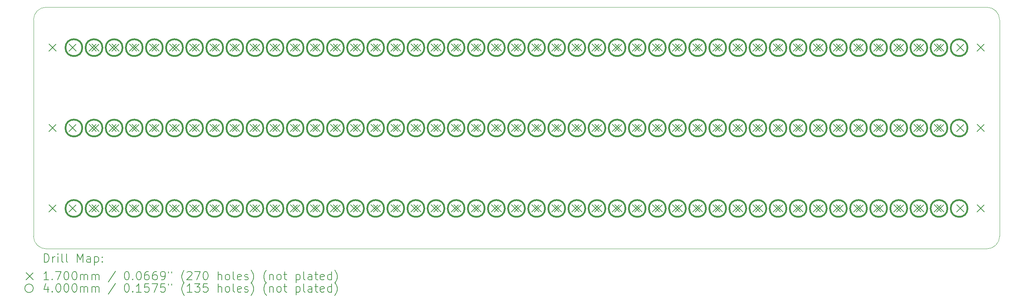
<source format=gbr>
%TF.GenerationSoftware,KiCad,Pcbnew,7.0.7*%
%TF.CreationDate,2023-09-15T12:25:27+10:00*%
%TF.ProjectId,fuckit,6675636b-6974-42e6-9b69-6361645f7063,rev?*%
%TF.SameCoordinates,Original*%
%TF.FileFunction,Drillmap*%
%TF.FilePolarity,Positive*%
%FSLAX45Y45*%
G04 Gerber Fmt 4.5, Leading zero omitted, Abs format (unit mm)*
G04 Created by KiCad (PCBNEW 7.0.7) date 2023-09-15 12:25:27*
%MOMM*%
%LPD*%
G01*
G04 APERTURE LIST*
%ADD10C,0.100000*%
%ADD11C,0.200000*%
%ADD12C,0.170000*%
%ADD13C,0.400000*%
G04 APERTURE END LIST*
D10*
X24834516Y-1867660D02*
X24834516Y-6992596D01*
X24534516Y-7292596D02*
X2264536Y-7292596D01*
X2264536Y-1567660D02*
X24534516Y-1567660D01*
X24534516Y-7292596D02*
G75*
G03*
X24834516Y-6992596I4J299996D01*
G01*
X2264536Y-1567660D02*
G75*
G03*
X1964536Y-1867660I0J-300000D01*
G01*
X1964536Y-6992596D02*
G75*
G03*
X2264536Y-7292596I300000J-1D01*
G01*
X1964536Y-6992596D02*
X1964536Y-1867660D01*
X24834510Y-1867660D02*
G75*
G03*
X24534516Y-1567660I-299990J10D01*
G01*
D11*
D12*
X2328006Y-2441115D02*
X2498006Y-2611115D01*
X2498006Y-2441115D02*
X2328006Y-2611115D01*
X2328006Y-4346115D02*
X2498006Y-4516115D01*
X2498006Y-4346115D02*
X2328006Y-4516115D01*
X2328006Y-6251115D02*
X2498006Y-6421115D01*
X2498006Y-6251115D02*
X2328006Y-6421115D01*
X2804256Y-2441115D02*
X2974256Y-2611115D01*
X2974256Y-2441115D02*
X2804256Y-2611115D01*
X2804256Y-4346115D02*
X2974256Y-4516115D01*
X2974256Y-4346115D02*
X2804256Y-4516115D01*
X2804256Y-6251115D02*
X2974256Y-6421115D01*
X2974256Y-6251115D02*
X2804256Y-6421115D01*
X3280506Y-2441115D02*
X3450506Y-2611115D01*
X3450506Y-2441115D02*
X3280506Y-2611115D01*
X3280506Y-4346115D02*
X3450506Y-4516115D01*
X3450506Y-4346115D02*
X3280506Y-4516115D01*
X3280506Y-6251115D02*
X3450506Y-6421115D01*
X3450506Y-6251115D02*
X3280506Y-6421115D01*
X3344006Y-2441115D02*
X3514006Y-2611115D01*
X3514006Y-2441115D02*
X3344006Y-2611115D01*
X3344006Y-4346115D02*
X3514006Y-4516115D01*
X3514006Y-4346115D02*
X3344006Y-4516115D01*
X3344006Y-6251115D02*
X3514006Y-6421115D01*
X3514006Y-6251115D02*
X3344006Y-6421115D01*
X3756756Y-2441115D02*
X3926756Y-2611115D01*
X3926756Y-2441115D02*
X3756756Y-2611115D01*
X3756756Y-4346115D02*
X3926756Y-4516115D01*
X3926756Y-4346115D02*
X3756756Y-4516115D01*
X3756756Y-6251115D02*
X3926756Y-6421115D01*
X3926756Y-6251115D02*
X3756756Y-6421115D01*
X3820256Y-2441115D02*
X3990256Y-2611115D01*
X3990256Y-2441115D02*
X3820256Y-2611115D01*
X3820256Y-4346115D02*
X3990256Y-4516115D01*
X3990256Y-4346115D02*
X3820256Y-4516115D01*
X3820256Y-6251115D02*
X3990256Y-6421115D01*
X3990256Y-6251115D02*
X3820256Y-6421115D01*
X4233006Y-2441115D02*
X4403006Y-2611115D01*
X4403006Y-2441115D02*
X4233006Y-2611115D01*
X4233006Y-4346115D02*
X4403006Y-4516115D01*
X4403006Y-4346115D02*
X4233006Y-4516115D01*
X4233006Y-6251115D02*
X4403006Y-6421115D01*
X4403006Y-6251115D02*
X4233006Y-6421115D01*
X4296506Y-2441115D02*
X4466506Y-2611115D01*
X4466506Y-2441115D02*
X4296506Y-2611115D01*
X4296506Y-4346115D02*
X4466506Y-4516115D01*
X4466506Y-4346115D02*
X4296506Y-4516115D01*
X4296506Y-6251115D02*
X4466506Y-6421115D01*
X4466506Y-6251115D02*
X4296506Y-6421115D01*
X4709256Y-2441115D02*
X4879256Y-2611115D01*
X4879256Y-2441115D02*
X4709256Y-2611115D01*
X4709256Y-4346115D02*
X4879256Y-4516115D01*
X4879256Y-4346115D02*
X4709256Y-4516115D01*
X4709256Y-6251115D02*
X4879256Y-6421115D01*
X4879256Y-6251115D02*
X4709256Y-6421115D01*
X4772756Y-2441115D02*
X4942756Y-2611115D01*
X4942756Y-2441115D02*
X4772756Y-2611115D01*
X4772756Y-4346115D02*
X4942756Y-4516115D01*
X4942756Y-4346115D02*
X4772756Y-4516115D01*
X4772756Y-6251115D02*
X4942756Y-6421115D01*
X4942756Y-6251115D02*
X4772756Y-6421115D01*
X5185506Y-2441115D02*
X5355506Y-2611115D01*
X5355506Y-2441115D02*
X5185506Y-2611115D01*
X5185506Y-4346115D02*
X5355506Y-4516115D01*
X5355506Y-4346115D02*
X5185506Y-4516115D01*
X5185506Y-6251115D02*
X5355506Y-6421115D01*
X5355506Y-6251115D02*
X5185506Y-6421115D01*
X5249006Y-2441115D02*
X5419006Y-2611115D01*
X5419006Y-2441115D02*
X5249006Y-2611115D01*
X5249006Y-4346115D02*
X5419006Y-4516115D01*
X5419006Y-4346115D02*
X5249006Y-4516115D01*
X5249006Y-6251115D02*
X5419006Y-6421115D01*
X5419006Y-6251115D02*
X5249006Y-6421115D01*
X5661756Y-2441115D02*
X5831756Y-2611115D01*
X5831756Y-2441115D02*
X5661756Y-2611115D01*
X5661756Y-4346115D02*
X5831756Y-4516115D01*
X5831756Y-4346115D02*
X5661756Y-4516115D01*
X5661756Y-6251115D02*
X5831756Y-6421115D01*
X5831756Y-6251115D02*
X5661756Y-6421115D01*
X5725256Y-2441115D02*
X5895256Y-2611115D01*
X5895256Y-2441115D02*
X5725256Y-2611115D01*
X5725256Y-4346115D02*
X5895256Y-4516115D01*
X5895256Y-4346115D02*
X5725256Y-4516115D01*
X5725256Y-6251115D02*
X5895256Y-6421115D01*
X5895256Y-6251115D02*
X5725256Y-6421115D01*
X6138006Y-2441115D02*
X6308006Y-2611115D01*
X6308006Y-2441115D02*
X6138006Y-2611115D01*
X6138006Y-4346115D02*
X6308006Y-4516115D01*
X6308006Y-4346115D02*
X6138006Y-4516115D01*
X6138006Y-6251115D02*
X6308006Y-6421115D01*
X6308006Y-6251115D02*
X6138006Y-6421115D01*
X6201506Y-2441115D02*
X6371506Y-2611115D01*
X6371506Y-2441115D02*
X6201506Y-2611115D01*
X6201506Y-4346115D02*
X6371506Y-4516115D01*
X6371506Y-4346115D02*
X6201506Y-4516115D01*
X6201506Y-6251115D02*
X6371506Y-6421115D01*
X6371506Y-6251115D02*
X6201506Y-6421115D01*
X6614256Y-2441115D02*
X6784256Y-2611115D01*
X6784256Y-2441115D02*
X6614256Y-2611115D01*
X6614256Y-4346115D02*
X6784256Y-4516115D01*
X6784256Y-4346115D02*
X6614256Y-4516115D01*
X6614256Y-6251115D02*
X6784256Y-6421115D01*
X6784256Y-6251115D02*
X6614256Y-6421115D01*
X6677756Y-2441115D02*
X6847756Y-2611115D01*
X6847756Y-2441115D02*
X6677756Y-2611115D01*
X6677756Y-4346115D02*
X6847756Y-4516115D01*
X6847756Y-4346115D02*
X6677756Y-4516115D01*
X6677756Y-6251115D02*
X6847756Y-6421115D01*
X6847756Y-6251115D02*
X6677756Y-6421115D01*
X7090506Y-2441115D02*
X7260506Y-2611115D01*
X7260506Y-2441115D02*
X7090506Y-2611115D01*
X7090506Y-4346115D02*
X7260506Y-4516115D01*
X7260506Y-4346115D02*
X7090506Y-4516115D01*
X7090506Y-6251115D02*
X7260506Y-6421115D01*
X7260506Y-6251115D02*
X7090506Y-6421115D01*
X7154006Y-2441115D02*
X7324006Y-2611115D01*
X7324006Y-2441115D02*
X7154006Y-2611115D01*
X7154006Y-4346115D02*
X7324006Y-4516115D01*
X7324006Y-4346115D02*
X7154006Y-4516115D01*
X7154006Y-6251115D02*
X7324006Y-6421115D01*
X7324006Y-6251115D02*
X7154006Y-6421115D01*
X7566756Y-2441115D02*
X7736756Y-2611115D01*
X7736756Y-2441115D02*
X7566756Y-2611115D01*
X7566756Y-4346115D02*
X7736756Y-4516115D01*
X7736756Y-4346115D02*
X7566756Y-4516115D01*
X7566756Y-6251115D02*
X7736756Y-6421115D01*
X7736756Y-6251115D02*
X7566756Y-6421115D01*
X7630256Y-2441115D02*
X7800256Y-2611115D01*
X7800256Y-2441115D02*
X7630256Y-2611115D01*
X7630256Y-4346115D02*
X7800256Y-4516115D01*
X7800256Y-4346115D02*
X7630256Y-4516115D01*
X7630256Y-6251115D02*
X7800256Y-6421115D01*
X7800256Y-6251115D02*
X7630256Y-6421115D01*
X8043006Y-2441115D02*
X8213006Y-2611115D01*
X8213006Y-2441115D02*
X8043006Y-2611115D01*
X8043006Y-4346115D02*
X8213006Y-4516115D01*
X8213006Y-4346115D02*
X8043006Y-4516115D01*
X8043006Y-6251115D02*
X8213006Y-6421115D01*
X8213006Y-6251115D02*
X8043006Y-6421115D01*
X8106506Y-2441115D02*
X8276506Y-2611115D01*
X8276506Y-2441115D02*
X8106506Y-2611115D01*
X8106506Y-4346115D02*
X8276506Y-4516115D01*
X8276506Y-4346115D02*
X8106506Y-4516115D01*
X8106506Y-6251115D02*
X8276506Y-6421115D01*
X8276506Y-6251115D02*
X8106506Y-6421115D01*
X8519256Y-2441115D02*
X8689256Y-2611115D01*
X8689256Y-2441115D02*
X8519256Y-2611115D01*
X8519256Y-4346115D02*
X8689256Y-4516115D01*
X8689256Y-4346115D02*
X8519256Y-4516115D01*
X8519256Y-6251115D02*
X8689256Y-6421115D01*
X8689256Y-6251115D02*
X8519256Y-6421115D01*
X8582756Y-2441115D02*
X8752756Y-2611115D01*
X8752756Y-2441115D02*
X8582756Y-2611115D01*
X8582756Y-4346115D02*
X8752756Y-4516115D01*
X8752756Y-4346115D02*
X8582756Y-4516115D01*
X8582756Y-6251115D02*
X8752756Y-6421115D01*
X8752756Y-6251115D02*
X8582756Y-6421115D01*
X8995506Y-2441115D02*
X9165506Y-2611115D01*
X9165506Y-2441115D02*
X8995506Y-2611115D01*
X8995506Y-4346115D02*
X9165506Y-4516115D01*
X9165506Y-4346115D02*
X8995506Y-4516115D01*
X8995506Y-6251115D02*
X9165506Y-6421115D01*
X9165506Y-6251115D02*
X8995506Y-6421115D01*
X9059006Y-2441115D02*
X9229006Y-2611115D01*
X9229006Y-2441115D02*
X9059006Y-2611115D01*
X9059006Y-4346115D02*
X9229006Y-4516115D01*
X9229006Y-4346115D02*
X9059006Y-4516115D01*
X9059006Y-6251115D02*
X9229006Y-6421115D01*
X9229006Y-6251115D02*
X9059006Y-6421115D01*
X9471756Y-2441115D02*
X9641756Y-2611115D01*
X9641756Y-2441115D02*
X9471756Y-2611115D01*
X9471756Y-4346115D02*
X9641756Y-4516115D01*
X9641756Y-4346115D02*
X9471756Y-4516115D01*
X9471756Y-6251115D02*
X9641756Y-6421115D01*
X9641756Y-6251115D02*
X9471756Y-6421115D01*
X9535256Y-2441115D02*
X9705256Y-2611115D01*
X9705256Y-2441115D02*
X9535256Y-2611115D01*
X9535256Y-4346115D02*
X9705256Y-4516115D01*
X9705256Y-4346115D02*
X9535256Y-4516115D01*
X9535256Y-6251115D02*
X9705256Y-6421115D01*
X9705256Y-6251115D02*
X9535256Y-6421115D01*
X9948006Y-2441115D02*
X10118006Y-2611115D01*
X10118006Y-2441115D02*
X9948006Y-2611115D01*
X9948006Y-4346115D02*
X10118006Y-4516115D01*
X10118006Y-4346115D02*
X9948006Y-4516115D01*
X9948006Y-6251115D02*
X10118006Y-6421115D01*
X10118006Y-6251115D02*
X9948006Y-6421115D01*
X10011506Y-2441115D02*
X10181506Y-2611115D01*
X10181506Y-2441115D02*
X10011506Y-2611115D01*
X10011506Y-4346115D02*
X10181506Y-4516115D01*
X10181506Y-4346115D02*
X10011506Y-4516115D01*
X10011506Y-6251115D02*
X10181506Y-6421115D01*
X10181506Y-6251115D02*
X10011506Y-6421115D01*
X10424256Y-2441115D02*
X10594256Y-2611115D01*
X10594256Y-2441115D02*
X10424256Y-2611115D01*
X10424256Y-4346115D02*
X10594256Y-4516115D01*
X10594256Y-4346115D02*
X10424256Y-4516115D01*
X10424256Y-6251115D02*
X10594256Y-6421115D01*
X10594256Y-6251115D02*
X10424256Y-6421115D01*
X10487756Y-2441115D02*
X10657756Y-2611115D01*
X10657756Y-2441115D02*
X10487756Y-2611115D01*
X10487756Y-4346115D02*
X10657756Y-4516115D01*
X10657756Y-4346115D02*
X10487756Y-4516115D01*
X10487756Y-6251115D02*
X10657756Y-6421115D01*
X10657756Y-6251115D02*
X10487756Y-6421115D01*
X10900506Y-2441115D02*
X11070506Y-2611115D01*
X11070506Y-2441115D02*
X10900506Y-2611115D01*
X10900506Y-4346115D02*
X11070506Y-4516115D01*
X11070506Y-4346115D02*
X10900506Y-4516115D01*
X10900506Y-6251115D02*
X11070506Y-6421115D01*
X11070506Y-6251115D02*
X10900506Y-6421115D01*
X10964006Y-2441115D02*
X11134006Y-2611115D01*
X11134006Y-2441115D02*
X10964006Y-2611115D01*
X10964006Y-4346115D02*
X11134006Y-4516115D01*
X11134006Y-4346115D02*
X10964006Y-4516115D01*
X10964006Y-6251115D02*
X11134006Y-6421115D01*
X11134006Y-6251115D02*
X10964006Y-6421115D01*
X11376756Y-2441115D02*
X11546756Y-2611115D01*
X11546756Y-2441115D02*
X11376756Y-2611115D01*
X11376756Y-4346115D02*
X11546756Y-4516115D01*
X11546756Y-4346115D02*
X11376756Y-4516115D01*
X11376756Y-6251115D02*
X11546756Y-6421115D01*
X11546756Y-6251115D02*
X11376756Y-6421115D01*
X11440256Y-2441115D02*
X11610256Y-2611115D01*
X11610256Y-2441115D02*
X11440256Y-2611115D01*
X11440256Y-4346115D02*
X11610256Y-4516115D01*
X11610256Y-4346115D02*
X11440256Y-4516115D01*
X11440256Y-6251115D02*
X11610256Y-6421115D01*
X11610256Y-6251115D02*
X11440256Y-6421115D01*
X11853006Y-2441115D02*
X12023006Y-2611115D01*
X12023006Y-2441115D02*
X11853006Y-2611115D01*
X11853006Y-4346115D02*
X12023006Y-4516115D01*
X12023006Y-4346115D02*
X11853006Y-4516115D01*
X11853006Y-6251115D02*
X12023006Y-6421115D01*
X12023006Y-6251115D02*
X11853006Y-6421115D01*
X11916506Y-2441115D02*
X12086506Y-2611115D01*
X12086506Y-2441115D02*
X11916506Y-2611115D01*
X11916506Y-4346115D02*
X12086506Y-4516115D01*
X12086506Y-4346115D02*
X11916506Y-4516115D01*
X11916506Y-6251115D02*
X12086506Y-6421115D01*
X12086506Y-6251115D02*
X11916506Y-6421115D01*
X12329256Y-2441115D02*
X12499256Y-2611115D01*
X12499256Y-2441115D02*
X12329256Y-2611115D01*
X12329256Y-4346115D02*
X12499256Y-4516115D01*
X12499256Y-4346115D02*
X12329256Y-4516115D01*
X12329256Y-6251115D02*
X12499256Y-6421115D01*
X12499256Y-6251115D02*
X12329256Y-6421115D01*
X12392756Y-2441115D02*
X12562756Y-2611115D01*
X12562756Y-2441115D02*
X12392756Y-2611115D01*
X12392756Y-4346115D02*
X12562756Y-4516115D01*
X12562756Y-4346115D02*
X12392756Y-4516115D01*
X12392756Y-6251115D02*
X12562756Y-6421115D01*
X12562756Y-6251115D02*
X12392756Y-6421115D01*
X12805506Y-2441115D02*
X12975506Y-2611115D01*
X12975506Y-2441115D02*
X12805506Y-2611115D01*
X12805506Y-4346115D02*
X12975506Y-4516115D01*
X12975506Y-4346115D02*
X12805506Y-4516115D01*
X12805506Y-6251115D02*
X12975506Y-6421115D01*
X12975506Y-6251115D02*
X12805506Y-6421115D01*
X12869006Y-2441115D02*
X13039006Y-2611115D01*
X13039006Y-2441115D02*
X12869006Y-2611115D01*
X12869006Y-4346115D02*
X13039006Y-4516115D01*
X13039006Y-4346115D02*
X12869006Y-4516115D01*
X12869006Y-6251115D02*
X13039006Y-6421115D01*
X13039006Y-6251115D02*
X12869006Y-6421115D01*
X13281756Y-2441115D02*
X13451756Y-2611115D01*
X13451756Y-2441115D02*
X13281756Y-2611115D01*
X13281756Y-4346115D02*
X13451756Y-4516115D01*
X13451756Y-4346115D02*
X13281756Y-4516115D01*
X13281756Y-6251115D02*
X13451756Y-6421115D01*
X13451756Y-6251115D02*
X13281756Y-6421115D01*
X13345256Y-2441115D02*
X13515256Y-2611115D01*
X13515256Y-2441115D02*
X13345256Y-2611115D01*
X13345256Y-4346115D02*
X13515256Y-4516115D01*
X13515256Y-4346115D02*
X13345256Y-4516115D01*
X13345256Y-6251115D02*
X13515256Y-6421115D01*
X13515256Y-6251115D02*
X13345256Y-6421115D01*
X13758006Y-2441115D02*
X13928006Y-2611115D01*
X13928006Y-2441115D02*
X13758006Y-2611115D01*
X13758006Y-4346115D02*
X13928006Y-4516115D01*
X13928006Y-4346115D02*
X13758006Y-4516115D01*
X13758006Y-6251115D02*
X13928006Y-6421115D01*
X13928006Y-6251115D02*
X13758006Y-6421115D01*
X13821506Y-2441115D02*
X13991506Y-2611115D01*
X13991506Y-2441115D02*
X13821506Y-2611115D01*
X13821506Y-4346115D02*
X13991506Y-4516115D01*
X13991506Y-4346115D02*
X13821506Y-4516115D01*
X13821506Y-6251115D02*
X13991506Y-6421115D01*
X13991506Y-6251115D02*
X13821506Y-6421115D01*
X14234256Y-2441115D02*
X14404256Y-2611115D01*
X14404256Y-2441115D02*
X14234256Y-2611115D01*
X14234256Y-4346115D02*
X14404256Y-4516115D01*
X14404256Y-4346115D02*
X14234256Y-4516115D01*
X14234256Y-6251115D02*
X14404256Y-6421115D01*
X14404256Y-6251115D02*
X14234256Y-6421115D01*
X14297756Y-2441115D02*
X14467756Y-2611115D01*
X14467756Y-2441115D02*
X14297756Y-2611115D01*
X14297756Y-4346115D02*
X14467756Y-4516115D01*
X14467756Y-4346115D02*
X14297756Y-4516115D01*
X14297756Y-6251115D02*
X14467756Y-6421115D01*
X14467756Y-6251115D02*
X14297756Y-6421115D01*
X14710506Y-2441115D02*
X14880506Y-2611115D01*
X14880506Y-2441115D02*
X14710506Y-2611115D01*
X14710506Y-4346115D02*
X14880506Y-4516115D01*
X14880506Y-4346115D02*
X14710506Y-4516115D01*
X14710506Y-6251115D02*
X14880506Y-6421115D01*
X14880506Y-6251115D02*
X14710506Y-6421115D01*
X14774006Y-2441115D02*
X14944006Y-2611115D01*
X14944006Y-2441115D02*
X14774006Y-2611115D01*
X14774006Y-4346115D02*
X14944006Y-4516115D01*
X14944006Y-4346115D02*
X14774006Y-4516115D01*
X14774006Y-6251115D02*
X14944006Y-6421115D01*
X14944006Y-6251115D02*
X14774006Y-6421115D01*
X15186756Y-2441115D02*
X15356756Y-2611115D01*
X15356756Y-2441115D02*
X15186756Y-2611115D01*
X15186756Y-4346115D02*
X15356756Y-4516115D01*
X15356756Y-4346115D02*
X15186756Y-4516115D01*
X15186756Y-6251115D02*
X15356756Y-6421115D01*
X15356756Y-6251115D02*
X15186756Y-6421115D01*
X15250256Y-2441115D02*
X15420256Y-2611115D01*
X15420256Y-2441115D02*
X15250256Y-2611115D01*
X15250256Y-4346115D02*
X15420256Y-4516115D01*
X15420256Y-4346115D02*
X15250256Y-4516115D01*
X15250256Y-6251115D02*
X15420256Y-6421115D01*
X15420256Y-6251115D02*
X15250256Y-6421115D01*
X15663006Y-2441115D02*
X15833006Y-2611115D01*
X15833006Y-2441115D02*
X15663006Y-2611115D01*
X15663006Y-4346115D02*
X15833006Y-4516115D01*
X15833006Y-4346115D02*
X15663006Y-4516115D01*
X15663006Y-6251115D02*
X15833006Y-6421115D01*
X15833006Y-6251115D02*
X15663006Y-6421115D01*
X15726506Y-2441115D02*
X15896506Y-2611115D01*
X15896506Y-2441115D02*
X15726506Y-2611115D01*
X15726506Y-4346115D02*
X15896506Y-4516115D01*
X15896506Y-4346115D02*
X15726506Y-4516115D01*
X15726506Y-6251115D02*
X15896506Y-6421115D01*
X15896506Y-6251115D02*
X15726506Y-6421115D01*
X16139256Y-2441115D02*
X16309256Y-2611115D01*
X16309256Y-2441115D02*
X16139256Y-2611115D01*
X16139256Y-4346115D02*
X16309256Y-4516115D01*
X16309256Y-4346115D02*
X16139256Y-4516115D01*
X16139256Y-6251115D02*
X16309256Y-6421115D01*
X16309256Y-6251115D02*
X16139256Y-6421115D01*
X16202756Y-2441115D02*
X16372756Y-2611115D01*
X16372756Y-2441115D02*
X16202756Y-2611115D01*
X16202756Y-4346115D02*
X16372756Y-4516115D01*
X16372756Y-4346115D02*
X16202756Y-4516115D01*
X16202756Y-6251115D02*
X16372756Y-6421115D01*
X16372756Y-6251115D02*
X16202756Y-6421115D01*
X16615506Y-2441115D02*
X16785506Y-2611115D01*
X16785506Y-2441115D02*
X16615506Y-2611115D01*
X16615506Y-4346115D02*
X16785506Y-4516115D01*
X16785506Y-4346115D02*
X16615506Y-4516115D01*
X16615506Y-6251115D02*
X16785506Y-6421115D01*
X16785506Y-6251115D02*
X16615506Y-6421115D01*
X16679006Y-2441115D02*
X16849006Y-2611115D01*
X16849006Y-2441115D02*
X16679006Y-2611115D01*
X16679006Y-4346115D02*
X16849006Y-4516115D01*
X16849006Y-4346115D02*
X16679006Y-4516115D01*
X16679006Y-6251115D02*
X16849006Y-6421115D01*
X16849006Y-6251115D02*
X16679006Y-6421115D01*
X17091756Y-2441115D02*
X17261756Y-2611115D01*
X17261756Y-2441115D02*
X17091756Y-2611115D01*
X17091756Y-4346115D02*
X17261756Y-4516115D01*
X17261756Y-4346115D02*
X17091756Y-4516115D01*
X17091756Y-6251115D02*
X17261756Y-6421115D01*
X17261756Y-6251115D02*
X17091756Y-6421115D01*
X17155256Y-2441115D02*
X17325256Y-2611115D01*
X17325256Y-2441115D02*
X17155256Y-2611115D01*
X17155256Y-4346115D02*
X17325256Y-4516115D01*
X17325256Y-4346115D02*
X17155256Y-4516115D01*
X17155256Y-6251115D02*
X17325256Y-6421115D01*
X17325256Y-6251115D02*
X17155256Y-6421115D01*
X17568006Y-2441115D02*
X17738006Y-2611115D01*
X17738006Y-2441115D02*
X17568006Y-2611115D01*
X17568006Y-4346115D02*
X17738006Y-4516115D01*
X17738006Y-4346115D02*
X17568006Y-4516115D01*
X17568006Y-6251115D02*
X17738006Y-6421115D01*
X17738006Y-6251115D02*
X17568006Y-6421115D01*
X17631506Y-2441115D02*
X17801506Y-2611115D01*
X17801506Y-2441115D02*
X17631506Y-2611115D01*
X17631506Y-4346115D02*
X17801506Y-4516115D01*
X17801506Y-4346115D02*
X17631506Y-4516115D01*
X17631506Y-6251115D02*
X17801506Y-6421115D01*
X17801506Y-6251115D02*
X17631506Y-6421115D01*
X18044256Y-2441115D02*
X18214256Y-2611115D01*
X18214256Y-2441115D02*
X18044256Y-2611115D01*
X18044256Y-4346115D02*
X18214256Y-4516115D01*
X18214256Y-4346115D02*
X18044256Y-4516115D01*
X18044256Y-6251115D02*
X18214256Y-6421115D01*
X18214256Y-6251115D02*
X18044256Y-6421115D01*
X18107756Y-2441115D02*
X18277756Y-2611115D01*
X18277756Y-2441115D02*
X18107756Y-2611115D01*
X18107756Y-4346115D02*
X18277756Y-4516115D01*
X18277756Y-4346115D02*
X18107756Y-4516115D01*
X18107756Y-6251115D02*
X18277756Y-6421115D01*
X18277756Y-6251115D02*
X18107756Y-6421115D01*
X18520506Y-2441115D02*
X18690506Y-2611115D01*
X18690506Y-2441115D02*
X18520506Y-2611115D01*
X18520506Y-4346115D02*
X18690506Y-4516115D01*
X18690506Y-4346115D02*
X18520506Y-4516115D01*
X18520506Y-6251115D02*
X18690506Y-6421115D01*
X18690506Y-6251115D02*
X18520506Y-6421115D01*
X18584006Y-2441115D02*
X18754006Y-2611115D01*
X18754006Y-2441115D02*
X18584006Y-2611115D01*
X18584006Y-4346115D02*
X18754006Y-4516115D01*
X18754006Y-4346115D02*
X18584006Y-4516115D01*
X18584006Y-6251115D02*
X18754006Y-6421115D01*
X18754006Y-6251115D02*
X18584006Y-6421115D01*
X18996756Y-2441115D02*
X19166756Y-2611115D01*
X19166756Y-2441115D02*
X18996756Y-2611115D01*
X18996756Y-4346115D02*
X19166756Y-4516115D01*
X19166756Y-4346115D02*
X18996756Y-4516115D01*
X18996756Y-6251115D02*
X19166756Y-6421115D01*
X19166756Y-6251115D02*
X18996756Y-6421115D01*
X19060256Y-2441115D02*
X19230256Y-2611115D01*
X19230256Y-2441115D02*
X19060256Y-2611115D01*
X19060256Y-4346115D02*
X19230256Y-4516115D01*
X19230256Y-4346115D02*
X19060256Y-4516115D01*
X19060256Y-6251115D02*
X19230256Y-6421115D01*
X19230256Y-6251115D02*
X19060256Y-6421115D01*
X19473006Y-2441115D02*
X19643006Y-2611115D01*
X19643006Y-2441115D02*
X19473006Y-2611115D01*
X19473006Y-4346115D02*
X19643006Y-4516115D01*
X19643006Y-4346115D02*
X19473006Y-4516115D01*
X19473006Y-6251115D02*
X19643006Y-6421115D01*
X19643006Y-6251115D02*
X19473006Y-6421115D01*
X19536506Y-2441115D02*
X19706506Y-2611115D01*
X19706506Y-2441115D02*
X19536506Y-2611115D01*
X19536506Y-4346115D02*
X19706506Y-4516115D01*
X19706506Y-4346115D02*
X19536506Y-4516115D01*
X19536506Y-6251115D02*
X19706506Y-6421115D01*
X19706506Y-6251115D02*
X19536506Y-6421115D01*
X19949256Y-2441115D02*
X20119256Y-2611115D01*
X20119256Y-2441115D02*
X19949256Y-2611115D01*
X19949256Y-4346115D02*
X20119256Y-4516115D01*
X20119256Y-4346115D02*
X19949256Y-4516115D01*
X19949256Y-6251115D02*
X20119256Y-6421115D01*
X20119256Y-6251115D02*
X19949256Y-6421115D01*
X20012756Y-2441115D02*
X20182756Y-2611115D01*
X20182756Y-2441115D02*
X20012756Y-2611115D01*
X20012756Y-4346115D02*
X20182756Y-4516115D01*
X20182756Y-4346115D02*
X20012756Y-4516115D01*
X20012756Y-6251115D02*
X20182756Y-6421115D01*
X20182756Y-6251115D02*
X20012756Y-6421115D01*
X20425506Y-2441115D02*
X20595506Y-2611115D01*
X20595506Y-2441115D02*
X20425506Y-2611115D01*
X20425506Y-4346115D02*
X20595506Y-4516115D01*
X20595506Y-4346115D02*
X20425506Y-4516115D01*
X20425506Y-6251115D02*
X20595506Y-6421115D01*
X20595506Y-6251115D02*
X20425506Y-6421115D01*
X20489006Y-2441115D02*
X20659006Y-2611115D01*
X20659006Y-2441115D02*
X20489006Y-2611115D01*
X20489006Y-4346115D02*
X20659006Y-4516115D01*
X20659006Y-4346115D02*
X20489006Y-4516115D01*
X20489006Y-6251115D02*
X20659006Y-6421115D01*
X20659006Y-6251115D02*
X20489006Y-6421115D01*
X20901756Y-2441115D02*
X21071756Y-2611115D01*
X21071756Y-2441115D02*
X20901756Y-2611115D01*
X20901756Y-4346115D02*
X21071756Y-4516115D01*
X21071756Y-4346115D02*
X20901756Y-4516115D01*
X20901756Y-6251115D02*
X21071756Y-6421115D01*
X21071756Y-6251115D02*
X20901756Y-6421115D01*
X20965256Y-2441115D02*
X21135256Y-2611115D01*
X21135256Y-2441115D02*
X20965256Y-2611115D01*
X20965256Y-4346115D02*
X21135256Y-4516115D01*
X21135256Y-4346115D02*
X20965256Y-4516115D01*
X20965256Y-6251115D02*
X21135256Y-6421115D01*
X21135256Y-6251115D02*
X20965256Y-6421115D01*
X21378006Y-2441115D02*
X21548006Y-2611115D01*
X21548006Y-2441115D02*
X21378006Y-2611115D01*
X21378006Y-4346115D02*
X21548006Y-4516115D01*
X21548006Y-4346115D02*
X21378006Y-4516115D01*
X21378006Y-6251115D02*
X21548006Y-6421115D01*
X21548006Y-6251115D02*
X21378006Y-6421115D01*
X21441506Y-2441115D02*
X21611506Y-2611115D01*
X21611506Y-2441115D02*
X21441506Y-2611115D01*
X21441506Y-4346115D02*
X21611506Y-4516115D01*
X21611506Y-4346115D02*
X21441506Y-4516115D01*
X21441506Y-6251115D02*
X21611506Y-6421115D01*
X21611506Y-6251115D02*
X21441506Y-6421115D01*
X21854256Y-2441115D02*
X22024256Y-2611115D01*
X22024256Y-2441115D02*
X21854256Y-2611115D01*
X21854256Y-4346115D02*
X22024256Y-4516115D01*
X22024256Y-4346115D02*
X21854256Y-4516115D01*
X21854256Y-6251115D02*
X22024256Y-6421115D01*
X22024256Y-6251115D02*
X21854256Y-6421115D01*
X21917756Y-2441115D02*
X22087756Y-2611115D01*
X22087756Y-2441115D02*
X21917756Y-2611115D01*
X21917756Y-4346115D02*
X22087756Y-4516115D01*
X22087756Y-4346115D02*
X21917756Y-4516115D01*
X21917756Y-6251115D02*
X22087756Y-6421115D01*
X22087756Y-6251115D02*
X21917756Y-6421115D01*
X22330506Y-2441115D02*
X22500506Y-2611115D01*
X22500506Y-2441115D02*
X22330506Y-2611115D01*
X22330506Y-4346115D02*
X22500506Y-4516115D01*
X22500506Y-4346115D02*
X22330506Y-4516115D01*
X22330506Y-6251115D02*
X22500506Y-6421115D01*
X22500506Y-6251115D02*
X22330506Y-6421115D01*
X22394006Y-2441115D02*
X22564006Y-2611115D01*
X22564006Y-2441115D02*
X22394006Y-2611115D01*
X22394006Y-4346115D02*
X22564006Y-4516115D01*
X22564006Y-4346115D02*
X22394006Y-4516115D01*
X22394006Y-6251115D02*
X22564006Y-6421115D01*
X22564006Y-6251115D02*
X22394006Y-6421115D01*
X22806756Y-2441115D02*
X22976756Y-2611115D01*
X22976756Y-2441115D02*
X22806756Y-2611115D01*
X22806756Y-4346115D02*
X22976756Y-4516115D01*
X22976756Y-4346115D02*
X22806756Y-4516115D01*
X22806756Y-6251115D02*
X22976756Y-6421115D01*
X22976756Y-6251115D02*
X22806756Y-6421115D01*
X22870256Y-2441115D02*
X23040256Y-2611115D01*
X23040256Y-2441115D02*
X22870256Y-2611115D01*
X22870256Y-4346115D02*
X23040256Y-4516115D01*
X23040256Y-4346115D02*
X22870256Y-4516115D01*
X22870256Y-6251115D02*
X23040256Y-6421115D01*
X23040256Y-6251115D02*
X22870256Y-6421115D01*
X23283006Y-2441115D02*
X23453006Y-2611115D01*
X23453006Y-2441115D02*
X23283006Y-2611115D01*
X23283006Y-4346115D02*
X23453006Y-4516115D01*
X23453006Y-4346115D02*
X23283006Y-4516115D01*
X23283006Y-6251115D02*
X23453006Y-6421115D01*
X23453006Y-6251115D02*
X23283006Y-6421115D01*
X23346506Y-2441115D02*
X23516506Y-2611115D01*
X23516506Y-2441115D02*
X23346506Y-2611115D01*
X23346506Y-4346115D02*
X23516506Y-4516115D01*
X23516506Y-4346115D02*
X23346506Y-4516115D01*
X23346506Y-6251115D02*
X23516506Y-6421115D01*
X23516506Y-6251115D02*
X23346506Y-6421115D01*
X23822756Y-2441115D02*
X23992756Y-2611115D01*
X23992756Y-2441115D02*
X23822756Y-2611115D01*
X23822756Y-4346115D02*
X23992756Y-4516115D01*
X23992756Y-4346115D02*
X23822756Y-4516115D01*
X23822756Y-6251115D02*
X23992756Y-6421115D01*
X23992756Y-6251115D02*
X23822756Y-6421115D01*
X24299006Y-2441115D02*
X24469006Y-2611115D01*
X24469006Y-2441115D02*
X24299006Y-2611115D01*
X24299006Y-4346115D02*
X24469006Y-4516115D01*
X24469006Y-4346115D02*
X24299006Y-4516115D01*
X24299006Y-6251115D02*
X24469006Y-6421115D01*
X24469006Y-6251115D02*
X24299006Y-6421115D01*
D13*
X3121006Y-2526115D02*
G75*
G03*
X3121006Y-2526115I-200000J0D01*
G01*
X3121006Y-4431115D02*
G75*
G03*
X3121006Y-4431115I-200000J0D01*
G01*
X3121006Y-6336115D02*
G75*
G03*
X3121006Y-6336115I-200000J0D01*
G01*
X3597256Y-2526115D02*
G75*
G03*
X3597256Y-2526115I-200000J0D01*
G01*
X3597256Y-4431115D02*
G75*
G03*
X3597256Y-4431115I-200000J0D01*
G01*
X3597256Y-6336115D02*
G75*
G03*
X3597256Y-6336115I-200000J0D01*
G01*
X4073506Y-2526115D02*
G75*
G03*
X4073506Y-2526115I-200000J0D01*
G01*
X4073506Y-4431115D02*
G75*
G03*
X4073506Y-4431115I-200000J0D01*
G01*
X4073506Y-6336115D02*
G75*
G03*
X4073506Y-6336115I-200000J0D01*
G01*
X4549756Y-2526115D02*
G75*
G03*
X4549756Y-2526115I-200000J0D01*
G01*
X4549756Y-4431115D02*
G75*
G03*
X4549756Y-4431115I-200000J0D01*
G01*
X4549756Y-6336115D02*
G75*
G03*
X4549756Y-6336115I-200000J0D01*
G01*
X5026006Y-2526115D02*
G75*
G03*
X5026006Y-2526115I-200000J0D01*
G01*
X5026006Y-4431115D02*
G75*
G03*
X5026006Y-4431115I-200000J0D01*
G01*
X5026006Y-6336115D02*
G75*
G03*
X5026006Y-6336115I-200000J0D01*
G01*
X5502256Y-2526115D02*
G75*
G03*
X5502256Y-2526115I-200000J0D01*
G01*
X5502256Y-4431115D02*
G75*
G03*
X5502256Y-4431115I-200000J0D01*
G01*
X5502256Y-6336115D02*
G75*
G03*
X5502256Y-6336115I-200000J0D01*
G01*
X5978506Y-2526115D02*
G75*
G03*
X5978506Y-2526115I-200000J0D01*
G01*
X5978506Y-4431115D02*
G75*
G03*
X5978506Y-4431115I-200000J0D01*
G01*
X5978506Y-6336115D02*
G75*
G03*
X5978506Y-6336115I-200000J0D01*
G01*
X6454756Y-2526115D02*
G75*
G03*
X6454756Y-2526115I-200000J0D01*
G01*
X6454756Y-4431115D02*
G75*
G03*
X6454756Y-4431115I-200000J0D01*
G01*
X6454756Y-6336115D02*
G75*
G03*
X6454756Y-6336115I-200000J0D01*
G01*
X6931006Y-2526115D02*
G75*
G03*
X6931006Y-2526115I-200000J0D01*
G01*
X6931006Y-4431115D02*
G75*
G03*
X6931006Y-4431115I-200000J0D01*
G01*
X6931006Y-6336115D02*
G75*
G03*
X6931006Y-6336115I-200000J0D01*
G01*
X7407256Y-2526115D02*
G75*
G03*
X7407256Y-2526115I-200000J0D01*
G01*
X7407256Y-4431115D02*
G75*
G03*
X7407256Y-4431115I-200000J0D01*
G01*
X7407256Y-6336115D02*
G75*
G03*
X7407256Y-6336115I-200000J0D01*
G01*
X7883506Y-2526115D02*
G75*
G03*
X7883506Y-2526115I-200000J0D01*
G01*
X7883506Y-4431115D02*
G75*
G03*
X7883506Y-4431115I-200000J0D01*
G01*
X7883506Y-6336115D02*
G75*
G03*
X7883506Y-6336115I-200000J0D01*
G01*
X8359756Y-2526115D02*
G75*
G03*
X8359756Y-2526115I-200000J0D01*
G01*
X8359756Y-4431115D02*
G75*
G03*
X8359756Y-4431115I-200000J0D01*
G01*
X8359756Y-6336115D02*
G75*
G03*
X8359756Y-6336115I-200000J0D01*
G01*
X8836006Y-2526115D02*
G75*
G03*
X8836006Y-2526115I-200000J0D01*
G01*
X8836006Y-4431115D02*
G75*
G03*
X8836006Y-4431115I-200000J0D01*
G01*
X8836006Y-6336115D02*
G75*
G03*
X8836006Y-6336115I-200000J0D01*
G01*
X9312256Y-2526115D02*
G75*
G03*
X9312256Y-2526115I-200000J0D01*
G01*
X9312256Y-4431115D02*
G75*
G03*
X9312256Y-4431115I-200000J0D01*
G01*
X9312256Y-6336115D02*
G75*
G03*
X9312256Y-6336115I-200000J0D01*
G01*
X9788506Y-2526115D02*
G75*
G03*
X9788506Y-2526115I-200000J0D01*
G01*
X9788506Y-4431115D02*
G75*
G03*
X9788506Y-4431115I-200000J0D01*
G01*
X9788506Y-6336115D02*
G75*
G03*
X9788506Y-6336115I-200000J0D01*
G01*
X10264756Y-2526115D02*
G75*
G03*
X10264756Y-2526115I-200000J0D01*
G01*
X10264756Y-4431115D02*
G75*
G03*
X10264756Y-4431115I-200000J0D01*
G01*
X10264756Y-6336115D02*
G75*
G03*
X10264756Y-6336115I-200000J0D01*
G01*
X10741006Y-2526115D02*
G75*
G03*
X10741006Y-2526115I-200000J0D01*
G01*
X10741006Y-4431115D02*
G75*
G03*
X10741006Y-4431115I-200000J0D01*
G01*
X10741006Y-6336115D02*
G75*
G03*
X10741006Y-6336115I-200000J0D01*
G01*
X11217256Y-2526115D02*
G75*
G03*
X11217256Y-2526115I-200000J0D01*
G01*
X11217256Y-4431115D02*
G75*
G03*
X11217256Y-4431115I-200000J0D01*
G01*
X11217256Y-6336115D02*
G75*
G03*
X11217256Y-6336115I-200000J0D01*
G01*
X11693506Y-2526115D02*
G75*
G03*
X11693506Y-2526115I-200000J0D01*
G01*
X11693506Y-4431115D02*
G75*
G03*
X11693506Y-4431115I-200000J0D01*
G01*
X11693506Y-6336115D02*
G75*
G03*
X11693506Y-6336115I-200000J0D01*
G01*
X12169756Y-2526115D02*
G75*
G03*
X12169756Y-2526115I-200000J0D01*
G01*
X12169756Y-4431115D02*
G75*
G03*
X12169756Y-4431115I-200000J0D01*
G01*
X12169756Y-6336115D02*
G75*
G03*
X12169756Y-6336115I-200000J0D01*
G01*
X12646006Y-2526115D02*
G75*
G03*
X12646006Y-2526115I-200000J0D01*
G01*
X12646006Y-4431115D02*
G75*
G03*
X12646006Y-4431115I-200000J0D01*
G01*
X12646006Y-6336115D02*
G75*
G03*
X12646006Y-6336115I-200000J0D01*
G01*
X13122256Y-2526115D02*
G75*
G03*
X13122256Y-2526115I-200000J0D01*
G01*
X13122256Y-4431115D02*
G75*
G03*
X13122256Y-4431115I-200000J0D01*
G01*
X13122256Y-6336115D02*
G75*
G03*
X13122256Y-6336115I-200000J0D01*
G01*
X13598506Y-2526115D02*
G75*
G03*
X13598506Y-2526115I-200000J0D01*
G01*
X13598506Y-4431115D02*
G75*
G03*
X13598506Y-4431115I-200000J0D01*
G01*
X13598506Y-6336115D02*
G75*
G03*
X13598506Y-6336115I-200000J0D01*
G01*
X14074756Y-2526115D02*
G75*
G03*
X14074756Y-2526115I-200000J0D01*
G01*
X14074756Y-4431115D02*
G75*
G03*
X14074756Y-4431115I-200000J0D01*
G01*
X14074756Y-6336115D02*
G75*
G03*
X14074756Y-6336115I-200000J0D01*
G01*
X14551006Y-2526115D02*
G75*
G03*
X14551006Y-2526115I-200000J0D01*
G01*
X14551006Y-4431115D02*
G75*
G03*
X14551006Y-4431115I-200000J0D01*
G01*
X14551006Y-6336115D02*
G75*
G03*
X14551006Y-6336115I-200000J0D01*
G01*
X15027256Y-2526115D02*
G75*
G03*
X15027256Y-2526115I-200000J0D01*
G01*
X15027256Y-4431115D02*
G75*
G03*
X15027256Y-4431115I-200000J0D01*
G01*
X15027256Y-6336115D02*
G75*
G03*
X15027256Y-6336115I-200000J0D01*
G01*
X15503506Y-2526115D02*
G75*
G03*
X15503506Y-2526115I-200000J0D01*
G01*
X15503506Y-4431115D02*
G75*
G03*
X15503506Y-4431115I-200000J0D01*
G01*
X15503506Y-6336115D02*
G75*
G03*
X15503506Y-6336115I-200000J0D01*
G01*
X15979756Y-2526115D02*
G75*
G03*
X15979756Y-2526115I-200000J0D01*
G01*
X15979756Y-4431115D02*
G75*
G03*
X15979756Y-4431115I-200000J0D01*
G01*
X15979756Y-6336115D02*
G75*
G03*
X15979756Y-6336115I-200000J0D01*
G01*
X16456006Y-2526115D02*
G75*
G03*
X16456006Y-2526115I-200000J0D01*
G01*
X16456006Y-4431115D02*
G75*
G03*
X16456006Y-4431115I-200000J0D01*
G01*
X16456006Y-6336115D02*
G75*
G03*
X16456006Y-6336115I-200000J0D01*
G01*
X16932256Y-2526115D02*
G75*
G03*
X16932256Y-2526115I-200000J0D01*
G01*
X16932256Y-4431115D02*
G75*
G03*
X16932256Y-4431115I-200000J0D01*
G01*
X16932256Y-6336115D02*
G75*
G03*
X16932256Y-6336115I-200000J0D01*
G01*
X17408506Y-2526115D02*
G75*
G03*
X17408506Y-2526115I-200000J0D01*
G01*
X17408506Y-4431115D02*
G75*
G03*
X17408506Y-4431115I-200000J0D01*
G01*
X17408506Y-6336115D02*
G75*
G03*
X17408506Y-6336115I-200000J0D01*
G01*
X17884756Y-2526115D02*
G75*
G03*
X17884756Y-2526115I-200000J0D01*
G01*
X17884756Y-4431115D02*
G75*
G03*
X17884756Y-4431115I-200000J0D01*
G01*
X17884756Y-6336115D02*
G75*
G03*
X17884756Y-6336115I-200000J0D01*
G01*
X18361006Y-2526115D02*
G75*
G03*
X18361006Y-2526115I-200000J0D01*
G01*
X18361006Y-4431115D02*
G75*
G03*
X18361006Y-4431115I-200000J0D01*
G01*
X18361006Y-6336115D02*
G75*
G03*
X18361006Y-6336115I-200000J0D01*
G01*
X18837256Y-2526115D02*
G75*
G03*
X18837256Y-2526115I-200000J0D01*
G01*
X18837256Y-4431115D02*
G75*
G03*
X18837256Y-4431115I-200000J0D01*
G01*
X18837256Y-6336115D02*
G75*
G03*
X18837256Y-6336115I-200000J0D01*
G01*
X19313506Y-2526115D02*
G75*
G03*
X19313506Y-2526115I-200000J0D01*
G01*
X19313506Y-4431115D02*
G75*
G03*
X19313506Y-4431115I-200000J0D01*
G01*
X19313506Y-6336115D02*
G75*
G03*
X19313506Y-6336115I-200000J0D01*
G01*
X19789756Y-2526115D02*
G75*
G03*
X19789756Y-2526115I-200000J0D01*
G01*
X19789756Y-4431115D02*
G75*
G03*
X19789756Y-4431115I-200000J0D01*
G01*
X19789756Y-6336115D02*
G75*
G03*
X19789756Y-6336115I-200000J0D01*
G01*
X20266006Y-2526115D02*
G75*
G03*
X20266006Y-2526115I-200000J0D01*
G01*
X20266006Y-4431115D02*
G75*
G03*
X20266006Y-4431115I-200000J0D01*
G01*
X20266006Y-6336115D02*
G75*
G03*
X20266006Y-6336115I-200000J0D01*
G01*
X20742256Y-2526115D02*
G75*
G03*
X20742256Y-2526115I-200000J0D01*
G01*
X20742256Y-4431115D02*
G75*
G03*
X20742256Y-4431115I-200000J0D01*
G01*
X20742256Y-6336115D02*
G75*
G03*
X20742256Y-6336115I-200000J0D01*
G01*
X21218506Y-2526115D02*
G75*
G03*
X21218506Y-2526115I-200000J0D01*
G01*
X21218506Y-4431115D02*
G75*
G03*
X21218506Y-4431115I-200000J0D01*
G01*
X21218506Y-6336115D02*
G75*
G03*
X21218506Y-6336115I-200000J0D01*
G01*
X21694756Y-2526115D02*
G75*
G03*
X21694756Y-2526115I-200000J0D01*
G01*
X21694756Y-4431115D02*
G75*
G03*
X21694756Y-4431115I-200000J0D01*
G01*
X21694756Y-6336115D02*
G75*
G03*
X21694756Y-6336115I-200000J0D01*
G01*
X22171006Y-2526115D02*
G75*
G03*
X22171006Y-2526115I-200000J0D01*
G01*
X22171006Y-4431115D02*
G75*
G03*
X22171006Y-4431115I-200000J0D01*
G01*
X22171006Y-6336115D02*
G75*
G03*
X22171006Y-6336115I-200000J0D01*
G01*
X22647256Y-2526115D02*
G75*
G03*
X22647256Y-2526115I-200000J0D01*
G01*
X22647256Y-4431115D02*
G75*
G03*
X22647256Y-4431115I-200000J0D01*
G01*
X22647256Y-6336115D02*
G75*
G03*
X22647256Y-6336115I-200000J0D01*
G01*
X23123506Y-2526115D02*
G75*
G03*
X23123506Y-2526115I-200000J0D01*
G01*
X23123506Y-4431115D02*
G75*
G03*
X23123506Y-4431115I-200000J0D01*
G01*
X23123506Y-6336115D02*
G75*
G03*
X23123506Y-6336115I-200000J0D01*
G01*
X23599756Y-2526115D02*
G75*
G03*
X23599756Y-2526115I-200000J0D01*
G01*
X23599756Y-4431115D02*
G75*
G03*
X23599756Y-4431115I-200000J0D01*
G01*
X23599756Y-6336115D02*
G75*
G03*
X23599756Y-6336115I-200000J0D01*
G01*
X24076006Y-2526115D02*
G75*
G03*
X24076006Y-2526115I-200000J0D01*
G01*
X24076006Y-4431115D02*
G75*
G03*
X24076006Y-4431115I-200000J0D01*
G01*
X24076006Y-6336115D02*
G75*
G03*
X24076006Y-6336115I-200000J0D01*
G01*
D11*
X2220313Y-7609080D02*
X2220313Y-7409080D01*
X2220313Y-7409080D02*
X2267932Y-7409080D01*
X2267932Y-7409080D02*
X2296504Y-7418604D01*
X2296504Y-7418604D02*
X2315551Y-7437652D01*
X2315551Y-7437652D02*
X2325075Y-7456699D01*
X2325075Y-7456699D02*
X2334599Y-7494794D01*
X2334599Y-7494794D02*
X2334599Y-7523366D01*
X2334599Y-7523366D02*
X2325075Y-7561461D01*
X2325075Y-7561461D02*
X2315551Y-7580509D01*
X2315551Y-7580509D02*
X2296504Y-7599556D01*
X2296504Y-7599556D02*
X2267932Y-7609080D01*
X2267932Y-7609080D02*
X2220313Y-7609080D01*
X2420313Y-7609080D02*
X2420313Y-7475747D01*
X2420313Y-7513842D02*
X2429837Y-7494794D01*
X2429837Y-7494794D02*
X2439361Y-7485271D01*
X2439361Y-7485271D02*
X2458408Y-7475747D01*
X2458408Y-7475747D02*
X2477456Y-7475747D01*
X2544123Y-7609080D02*
X2544123Y-7475747D01*
X2544123Y-7409080D02*
X2534599Y-7418604D01*
X2534599Y-7418604D02*
X2544123Y-7428128D01*
X2544123Y-7428128D02*
X2553646Y-7418604D01*
X2553646Y-7418604D02*
X2544123Y-7409080D01*
X2544123Y-7409080D02*
X2544123Y-7428128D01*
X2667932Y-7609080D02*
X2648884Y-7599556D01*
X2648884Y-7599556D02*
X2639361Y-7580509D01*
X2639361Y-7580509D02*
X2639361Y-7409080D01*
X2772694Y-7609080D02*
X2753646Y-7599556D01*
X2753646Y-7599556D02*
X2744123Y-7580509D01*
X2744123Y-7580509D02*
X2744123Y-7409080D01*
X3001265Y-7609080D02*
X3001265Y-7409080D01*
X3001265Y-7409080D02*
X3067932Y-7551937D01*
X3067932Y-7551937D02*
X3134599Y-7409080D01*
X3134599Y-7409080D02*
X3134599Y-7609080D01*
X3315551Y-7609080D02*
X3315551Y-7504318D01*
X3315551Y-7504318D02*
X3306027Y-7485271D01*
X3306027Y-7485271D02*
X3286980Y-7475747D01*
X3286980Y-7475747D02*
X3248884Y-7475747D01*
X3248884Y-7475747D02*
X3229837Y-7485271D01*
X3315551Y-7599556D02*
X3296503Y-7609080D01*
X3296503Y-7609080D02*
X3248884Y-7609080D01*
X3248884Y-7609080D02*
X3229837Y-7599556D01*
X3229837Y-7599556D02*
X3220313Y-7580509D01*
X3220313Y-7580509D02*
X3220313Y-7561461D01*
X3220313Y-7561461D02*
X3229837Y-7542414D01*
X3229837Y-7542414D02*
X3248884Y-7532890D01*
X3248884Y-7532890D02*
X3296503Y-7532890D01*
X3296503Y-7532890D02*
X3315551Y-7523366D01*
X3410789Y-7475747D02*
X3410789Y-7675747D01*
X3410789Y-7485271D02*
X3429837Y-7475747D01*
X3429837Y-7475747D02*
X3467932Y-7475747D01*
X3467932Y-7475747D02*
X3486980Y-7485271D01*
X3486980Y-7485271D02*
X3496503Y-7494794D01*
X3496503Y-7494794D02*
X3506027Y-7513842D01*
X3506027Y-7513842D02*
X3506027Y-7570985D01*
X3506027Y-7570985D02*
X3496503Y-7590033D01*
X3496503Y-7590033D02*
X3486980Y-7599556D01*
X3486980Y-7599556D02*
X3467932Y-7609080D01*
X3467932Y-7609080D02*
X3429837Y-7609080D01*
X3429837Y-7609080D02*
X3410789Y-7599556D01*
X3591742Y-7590033D02*
X3601265Y-7599556D01*
X3601265Y-7599556D02*
X3591742Y-7609080D01*
X3591742Y-7609080D02*
X3582218Y-7599556D01*
X3582218Y-7599556D02*
X3591742Y-7590033D01*
X3591742Y-7590033D02*
X3591742Y-7609080D01*
X3591742Y-7485271D02*
X3601265Y-7494794D01*
X3601265Y-7494794D02*
X3591742Y-7504318D01*
X3591742Y-7504318D02*
X3582218Y-7494794D01*
X3582218Y-7494794D02*
X3591742Y-7485271D01*
X3591742Y-7485271D02*
X3591742Y-7504318D01*
D12*
X1789536Y-7852596D02*
X1959536Y-8022596D01*
X1959536Y-7852596D02*
X1789536Y-8022596D01*
D11*
X2325075Y-8029080D02*
X2210789Y-8029080D01*
X2267932Y-8029080D02*
X2267932Y-7829080D01*
X2267932Y-7829080D02*
X2248884Y-7857652D01*
X2248884Y-7857652D02*
X2229837Y-7876699D01*
X2229837Y-7876699D02*
X2210789Y-7886223D01*
X2410789Y-8010033D02*
X2420313Y-8019556D01*
X2420313Y-8019556D02*
X2410789Y-8029080D01*
X2410789Y-8029080D02*
X2401265Y-8019556D01*
X2401265Y-8019556D02*
X2410789Y-8010033D01*
X2410789Y-8010033D02*
X2410789Y-8029080D01*
X2486980Y-7829080D02*
X2620313Y-7829080D01*
X2620313Y-7829080D02*
X2534599Y-8029080D01*
X2734599Y-7829080D02*
X2753646Y-7829080D01*
X2753646Y-7829080D02*
X2772694Y-7838604D01*
X2772694Y-7838604D02*
X2782218Y-7848128D01*
X2782218Y-7848128D02*
X2791742Y-7867175D01*
X2791742Y-7867175D02*
X2801265Y-7905271D01*
X2801265Y-7905271D02*
X2801265Y-7952890D01*
X2801265Y-7952890D02*
X2791742Y-7990985D01*
X2791742Y-7990985D02*
X2782218Y-8010033D01*
X2782218Y-8010033D02*
X2772694Y-8019556D01*
X2772694Y-8019556D02*
X2753646Y-8029080D01*
X2753646Y-8029080D02*
X2734599Y-8029080D01*
X2734599Y-8029080D02*
X2715551Y-8019556D01*
X2715551Y-8019556D02*
X2706027Y-8010033D01*
X2706027Y-8010033D02*
X2696504Y-7990985D01*
X2696504Y-7990985D02*
X2686980Y-7952890D01*
X2686980Y-7952890D02*
X2686980Y-7905271D01*
X2686980Y-7905271D02*
X2696504Y-7867175D01*
X2696504Y-7867175D02*
X2706027Y-7848128D01*
X2706027Y-7848128D02*
X2715551Y-7838604D01*
X2715551Y-7838604D02*
X2734599Y-7829080D01*
X2925075Y-7829080D02*
X2944123Y-7829080D01*
X2944123Y-7829080D02*
X2963170Y-7838604D01*
X2963170Y-7838604D02*
X2972694Y-7848128D01*
X2972694Y-7848128D02*
X2982218Y-7867175D01*
X2982218Y-7867175D02*
X2991742Y-7905271D01*
X2991742Y-7905271D02*
X2991742Y-7952890D01*
X2991742Y-7952890D02*
X2982218Y-7990985D01*
X2982218Y-7990985D02*
X2972694Y-8010033D01*
X2972694Y-8010033D02*
X2963170Y-8019556D01*
X2963170Y-8019556D02*
X2944123Y-8029080D01*
X2944123Y-8029080D02*
X2925075Y-8029080D01*
X2925075Y-8029080D02*
X2906027Y-8019556D01*
X2906027Y-8019556D02*
X2896503Y-8010033D01*
X2896503Y-8010033D02*
X2886980Y-7990985D01*
X2886980Y-7990985D02*
X2877456Y-7952890D01*
X2877456Y-7952890D02*
X2877456Y-7905271D01*
X2877456Y-7905271D02*
X2886980Y-7867175D01*
X2886980Y-7867175D02*
X2896503Y-7848128D01*
X2896503Y-7848128D02*
X2906027Y-7838604D01*
X2906027Y-7838604D02*
X2925075Y-7829080D01*
X3077456Y-8029080D02*
X3077456Y-7895747D01*
X3077456Y-7914794D02*
X3086980Y-7905271D01*
X3086980Y-7905271D02*
X3106027Y-7895747D01*
X3106027Y-7895747D02*
X3134599Y-7895747D01*
X3134599Y-7895747D02*
X3153646Y-7905271D01*
X3153646Y-7905271D02*
X3163170Y-7924318D01*
X3163170Y-7924318D02*
X3163170Y-8029080D01*
X3163170Y-7924318D02*
X3172694Y-7905271D01*
X3172694Y-7905271D02*
X3191742Y-7895747D01*
X3191742Y-7895747D02*
X3220313Y-7895747D01*
X3220313Y-7895747D02*
X3239361Y-7905271D01*
X3239361Y-7905271D02*
X3248884Y-7924318D01*
X3248884Y-7924318D02*
X3248884Y-8029080D01*
X3344123Y-8029080D02*
X3344123Y-7895747D01*
X3344123Y-7914794D02*
X3353646Y-7905271D01*
X3353646Y-7905271D02*
X3372694Y-7895747D01*
X3372694Y-7895747D02*
X3401265Y-7895747D01*
X3401265Y-7895747D02*
X3420313Y-7905271D01*
X3420313Y-7905271D02*
X3429837Y-7924318D01*
X3429837Y-7924318D02*
X3429837Y-8029080D01*
X3429837Y-7924318D02*
X3439361Y-7905271D01*
X3439361Y-7905271D02*
X3458408Y-7895747D01*
X3458408Y-7895747D02*
X3486980Y-7895747D01*
X3486980Y-7895747D02*
X3506027Y-7905271D01*
X3506027Y-7905271D02*
X3515551Y-7924318D01*
X3515551Y-7924318D02*
X3515551Y-8029080D01*
X3906027Y-7819556D02*
X3734599Y-8076699D01*
X4163170Y-7829080D02*
X4182218Y-7829080D01*
X4182218Y-7829080D02*
X4201266Y-7838604D01*
X4201266Y-7838604D02*
X4210789Y-7848128D01*
X4210789Y-7848128D02*
X4220313Y-7867175D01*
X4220313Y-7867175D02*
X4229837Y-7905271D01*
X4229837Y-7905271D02*
X4229837Y-7952890D01*
X4229837Y-7952890D02*
X4220313Y-7990985D01*
X4220313Y-7990985D02*
X4210789Y-8010033D01*
X4210789Y-8010033D02*
X4201266Y-8019556D01*
X4201266Y-8019556D02*
X4182218Y-8029080D01*
X4182218Y-8029080D02*
X4163170Y-8029080D01*
X4163170Y-8029080D02*
X4144123Y-8019556D01*
X4144123Y-8019556D02*
X4134599Y-8010033D01*
X4134599Y-8010033D02*
X4125075Y-7990985D01*
X4125075Y-7990985D02*
X4115551Y-7952890D01*
X4115551Y-7952890D02*
X4115551Y-7905271D01*
X4115551Y-7905271D02*
X4125075Y-7867175D01*
X4125075Y-7867175D02*
X4134599Y-7848128D01*
X4134599Y-7848128D02*
X4144123Y-7838604D01*
X4144123Y-7838604D02*
X4163170Y-7829080D01*
X4315551Y-8010033D02*
X4325075Y-8019556D01*
X4325075Y-8019556D02*
X4315551Y-8029080D01*
X4315551Y-8029080D02*
X4306028Y-8019556D01*
X4306028Y-8019556D02*
X4315551Y-8010033D01*
X4315551Y-8010033D02*
X4315551Y-8029080D01*
X4448885Y-7829080D02*
X4467932Y-7829080D01*
X4467932Y-7829080D02*
X4486980Y-7838604D01*
X4486980Y-7838604D02*
X4496504Y-7848128D01*
X4496504Y-7848128D02*
X4506028Y-7867175D01*
X4506028Y-7867175D02*
X4515551Y-7905271D01*
X4515551Y-7905271D02*
X4515551Y-7952890D01*
X4515551Y-7952890D02*
X4506028Y-7990985D01*
X4506028Y-7990985D02*
X4496504Y-8010033D01*
X4496504Y-8010033D02*
X4486980Y-8019556D01*
X4486980Y-8019556D02*
X4467932Y-8029080D01*
X4467932Y-8029080D02*
X4448885Y-8029080D01*
X4448885Y-8029080D02*
X4429837Y-8019556D01*
X4429837Y-8019556D02*
X4420313Y-8010033D01*
X4420313Y-8010033D02*
X4410789Y-7990985D01*
X4410789Y-7990985D02*
X4401266Y-7952890D01*
X4401266Y-7952890D02*
X4401266Y-7905271D01*
X4401266Y-7905271D02*
X4410789Y-7867175D01*
X4410789Y-7867175D02*
X4420313Y-7848128D01*
X4420313Y-7848128D02*
X4429837Y-7838604D01*
X4429837Y-7838604D02*
X4448885Y-7829080D01*
X4686980Y-7829080D02*
X4648885Y-7829080D01*
X4648885Y-7829080D02*
X4629837Y-7838604D01*
X4629837Y-7838604D02*
X4620313Y-7848128D01*
X4620313Y-7848128D02*
X4601266Y-7876699D01*
X4601266Y-7876699D02*
X4591742Y-7914794D01*
X4591742Y-7914794D02*
X4591742Y-7990985D01*
X4591742Y-7990985D02*
X4601266Y-8010033D01*
X4601266Y-8010033D02*
X4610789Y-8019556D01*
X4610789Y-8019556D02*
X4629837Y-8029080D01*
X4629837Y-8029080D02*
X4667932Y-8029080D01*
X4667932Y-8029080D02*
X4686980Y-8019556D01*
X4686980Y-8019556D02*
X4696504Y-8010033D01*
X4696504Y-8010033D02*
X4706028Y-7990985D01*
X4706028Y-7990985D02*
X4706028Y-7943366D01*
X4706028Y-7943366D02*
X4696504Y-7924318D01*
X4696504Y-7924318D02*
X4686980Y-7914794D01*
X4686980Y-7914794D02*
X4667932Y-7905271D01*
X4667932Y-7905271D02*
X4629837Y-7905271D01*
X4629837Y-7905271D02*
X4610789Y-7914794D01*
X4610789Y-7914794D02*
X4601266Y-7924318D01*
X4601266Y-7924318D02*
X4591742Y-7943366D01*
X4877456Y-7829080D02*
X4839361Y-7829080D01*
X4839361Y-7829080D02*
X4820313Y-7838604D01*
X4820313Y-7838604D02*
X4810789Y-7848128D01*
X4810789Y-7848128D02*
X4791742Y-7876699D01*
X4791742Y-7876699D02*
X4782218Y-7914794D01*
X4782218Y-7914794D02*
X4782218Y-7990985D01*
X4782218Y-7990985D02*
X4791742Y-8010033D01*
X4791742Y-8010033D02*
X4801266Y-8019556D01*
X4801266Y-8019556D02*
X4820313Y-8029080D01*
X4820313Y-8029080D02*
X4858409Y-8029080D01*
X4858409Y-8029080D02*
X4877456Y-8019556D01*
X4877456Y-8019556D02*
X4886980Y-8010033D01*
X4886980Y-8010033D02*
X4896504Y-7990985D01*
X4896504Y-7990985D02*
X4896504Y-7943366D01*
X4896504Y-7943366D02*
X4886980Y-7924318D01*
X4886980Y-7924318D02*
X4877456Y-7914794D01*
X4877456Y-7914794D02*
X4858409Y-7905271D01*
X4858409Y-7905271D02*
X4820313Y-7905271D01*
X4820313Y-7905271D02*
X4801266Y-7914794D01*
X4801266Y-7914794D02*
X4791742Y-7924318D01*
X4791742Y-7924318D02*
X4782218Y-7943366D01*
X4991742Y-8029080D02*
X5029837Y-8029080D01*
X5029837Y-8029080D02*
X5048885Y-8019556D01*
X5048885Y-8019556D02*
X5058409Y-8010033D01*
X5058409Y-8010033D02*
X5077456Y-7981461D01*
X5077456Y-7981461D02*
X5086980Y-7943366D01*
X5086980Y-7943366D02*
X5086980Y-7867175D01*
X5086980Y-7867175D02*
X5077456Y-7848128D01*
X5077456Y-7848128D02*
X5067932Y-7838604D01*
X5067932Y-7838604D02*
X5048885Y-7829080D01*
X5048885Y-7829080D02*
X5010789Y-7829080D01*
X5010789Y-7829080D02*
X4991742Y-7838604D01*
X4991742Y-7838604D02*
X4982218Y-7848128D01*
X4982218Y-7848128D02*
X4972694Y-7867175D01*
X4972694Y-7867175D02*
X4972694Y-7914794D01*
X4972694Y-7914794D02*
X4982218Y-7933842D01*
X4982218Y-7933842D02*
X4991742Y-7943366D01*
X4991742Y-7943366D02*
X5010789Y-7952890D01*
X5010789Y-7952890D02*
X5048885Y-7952890D01*
X5048885Y-7952890D02*
X5067932Y-7943366D01*
X5067932Y-7943366D02*
X5077456Y-7933842D01*
X5077456Y-7933842D02*
X5086980Y-7914794D01*
X5163170Y-7829080D02*
X5163170Y-7867175D01*
X5239361Y-7829080D02*
X5239361Y-7867175D01*
X5534599Y-8105271D02*
X5525075Y-8095747D01*
X5525075Y-8095747D02*
X5506028Y-8067175D01*
X5506028Y-8067175D02*
X5496504Y-8048128D01*
X5496504Y-8048128D02*
X5486980Y-8019556D01*
X5486980Y-8019556D02*
X5477456Y-7971937D01*
X5477456Y-7971937D02*
X5477456Y-7933842D01*
X5477456Y-7933842D02*
X5486980Y-7886223D01*
X5486980Y-7886223D02*
X5496504Y-7857652D01*
X5496504Y-7857652D02*
X5506028Y-7838604D01*
X5506028Y-7838604D02*
X5525075Y-7810033D01*
X5525075Y-7810033D02*
X5534599Y-7800509D01*
X5601266Y-7848128D02*
X5610789Y-7838604D01*
X5610789Y-7838604D02*
X5629837Y-7829080D01*
X5629837Y-7829080D02*
X5677456Y-7829080D01*
X5677456Y-7829080D02*
X5696504Y-7838604D01*
X5696504Y-7838604D02*
X5706028Y-7848128D01*
X5706028Y-7848128D02*
X5715551Y-7867175D01*
X5715551Y-7867175D02*
X5715551Y-7886223D01*
X5715551Y-7886223D02*
X5706028Y-7914794D01*
X5706028Y-7914794D02*
X5591742Y-8029080D01*
X5591742Y-8029080D02*
X5715551Y-8029080D01*
X5782218Y-7829080D02*
X5915551Y-7829080D01*
X5915551Y-7829080D02*
X5829837Y-8029080D01*
X6029837Y-7829080D02*
X6048885Y-7829080D01*
X6048885Y-7829080D02*
X6067932Y-7838604D01*
X6067932Y-7838604D02*
X6077456Y-7848128D01*
X6077456Y-7848128D02*
X6086980Y-7867175D01*
X6086980Y-7867175D02*
X6096504Y-7905271D01*
X6096504Y-7905271D02*
X6096504Y-7952890D01*
X6096504Y-7952890D02*
X6086980Y-7990985D01*
X6086980Y-7990985D02*
X6077456Y-8010033D01*
X6077456Y-8010033D02*
X6067932Y-8019556D01*
X6067932Y-8019556D02*
X6048885Y-8029080D01*
X6048885Y-8029080D02*
X6029837Y-8029080D01*
X6029837Y-8029080D02*
X6010789Y-8019556D01*
X6010789Y-8019556D02*
X6001266Y-8010033D01*
X6001266Y-8010033D02*
X5991742Y-7990985D01*
X5991742Y-7990985D02*
X5982218Y-7952890D01*
X5982218Y-7952890D02*
X5982218Y-7905271D01*
X5982218Y-7905271D02*
X5991742Y-7867175D01*
X5991742Y-7867175D02*
X6001266Y-7848128D01*
X6001266Y-7848128D02*
X6010789Y-7838604D01*
X6010789Y-7838604D02*
X6029837Y-7829080D01*
X6334599Y-8029080D02*
X6334599Y-7829080D01*
X6420313Y-8029080D02*
X6420313Y-7924318D01*
X6420313Y-7924318D02*
X6410790Y-7905271D01*
X6410790Y-7905271D02*
X6391742Y-7895747D01*
X6391742Y-7895747D02*
X6363170Y-7895747D01*
X6363170Y-7895747D02*
X6344123Y-7905271D01*
X6344123Y-7905271D02*
X6334599Y-7914794D01*
X6544123Y-8029080D02*
X6525075Y-8019556D01*
X6525075Y-8019556D02*
X6515551Y-8010033D01*
X6515551Y-8010033D02*
X6506028Y-7990985D01*
X6506028Y-7990985D02*
X6506028Y-7933842D01*
X6506028Y-7933842D02*
X6515551Y-7914794D01*
X6515551Y-7914794D02*
X6525075Y-7905271D01*
X6525075Y-7905271D02*
X6544123Y-7895747D01*
X6544123Y-7895747D02*
X6572694Y-7895747D01*
X6572694Y-7895747D02*
X6591742Y-7905271D01*
X6591742Y-7905271D02*
X6601266Y-7914794D01*
X6601266Y-7914794D02*
X6610790Y-7933842D01*
X6610790Y-7933842D02*
X6610790Y-7990985D01*
X6610790Y-7990985D02*
X6601266Y-8010033D01*
X6601266Y-8010033D02*
X6591742Y-8019556D01*
X6591742Y-8019556D02*
X6572694Y-8029080D01*
X6572694Y-8029080D02*
X6544123Y-8029080D01*
X6725075Y-8029080D02*
X6706028Y-8019556D01*
X6706028Y-8019556D02*
X6696504Y-8000509D01*
X6696504Y-8000509D02*
X6696504Y-7829080D01*
X6877456Y-8019556D02*
X6858409Y-8029080D01*
X6858409Y-8029080D02*
X6820313Y-8029080D01*
X6820313Y-8029080D02*
X6801266Y-8019556D01*
X6801266Y-8019556D02*
X6791742Y-8000509D01*
X6791742Y-8000509D02*
X6791742Y-7924318D01*
X6791742Y-7924318D02*
X6801266Y-7905271D01*
X6801266Y-7905271D02*
X6820313Y-7895747D01*
X6820313Y-7895747D02*
X6858409Y-7895747D01*
X6858409Y-7895747D02*
X6877456Y-7905271D01*
X6877456Y-7905271D02*
X6886980Y-7924318D01*
X6886980Y-7924318D02*
X6886980Y-7943366D01*
X6886980Y-7943366D02*
X6791742Y-7962414D01*
X6963171Y-8019556D02*
X6982218Y-8029080D01*
X6982218Y-8029080D02*
X7020313Y-8029080D01*
X7020313Y-8029080D02*
X7039361Y-8019556D01*
X7039361Y-8019556D02*
X7048885Y-8000509D01*
X7048885Y-8000509D02*
X7048885Y-7990985D01*
X7048885Y-7990985D02*
X7039361Y-7971937D01*
X7039361Y-7971937D02*
X7020313Y-7962414D01*
X7020313Y-7962414D02*
X6991742Y-7962414D01*
X6991742Y-7962414D02*
X6972694Y-7952890D01*
X6972694Y-7952890D02*
X6963171Y-7933842D01*
X6963171Y-7933842D02*
X6963171Y-7924318D01*
X6963171Y-7924318D02*
X6972694Y-7905271D01*
X6972694Y-7905271D02*
X6991742Y-7895747D01*
X6991742Y-7895747D02*
X7020313Y-7895747D01*
X7020313Y-7895747D02*
X7039361Y-7905271D01*
X7115552Y-8105271D02*
X7125075Y-8095747D01*
X7125075Y-8095747D02*
X7144123Y-8067175D01*
X7144123Y-8067175D02*
X7153647Y-8048128D01*
X7153647Y-8048128D02*
X7163171Y-8019556D01*
X7163171Y-8019556D02*
X7172694Y-7971937D01*
X7172694Y-7971937D02*
X7172694Y-7933842D01*
X7172694Y-7933842D02*
X7163171Y-7886223D01*
X7163171Y-7886223D02*
X7153647Y-7857652D01*
X7153647Y-7857652D02*
X7144123Y-7838604D01*
X7144123Y-7838604D02*
X7125075Y-7810033D01*
X7125075Y-7810033D02*
X7115552Y-7800509D01*
X7477456Y-8105271D02*
X7467932Y-8095747D01*
X7467932Y-8095747D02*
X7448885Y-8067175D01*
X7448885Y-8067175D02*
X7439361Y-8048128D01*
X7439361Y-8048128D02*
X7429837Y-8019556D01*
X7429837Y-8019556D02*
X7420313Y-7971937D01*
X7420313Y-7971937D02*
X7420313Y-7933842D01*
X7420313Y-7933842D02*
X7429837Y-7886223D01*
X7429837Y-7886223D02*
X7439361Y-7857652D01*
X7439361Y-7857652D02*
X7448885Y-7838604D01*
X7448885Y-7838604D02*
X7467932Y-7810033D01*
X7467932Y-7810033D02*
X7477456Y-7800509D01*
X7553647Y-7895747D02*
X7553647Y-8029080D01*
X7553647Y-7914794D02*
X7563171Y-7905271D01*
X7563171Y-7905271D02*
X7582218Y-7895747D01*
X7582218Y-7895747D02*
X7610790Y-7895747D01*
X7610790Y-7895747D02*
X7629837Y-7905271D01*
X7629837Y-7905271D02*
X7639361Y-7924318D01*
X7639361Y-7924318D02*
X7639361Y-8029080D01*
X7763171Y-8029080D02*
X7744123Y-8019556D01*
X7744123Y-8019556D02*
X7734599Y-8010033D01*
X7734599Y-8010033D02*
X7725075Y-7990985D01*
X7725075Y-7990985D02*
X7725075Y-7933842D01*
X7725075Y-7933842D02*
X7734599Y-7914794D01*
X7734599Y-7914794D02*
X7744123Y-7905271D01*
X7744123Y-7905271D02*
X7763171Y-7895747D01*
X7763171Y-7895747D02*
X7791742Y-7895747D01*
X7791742Y-7895747D02*
X7810790Y-7905271D01*
X7810790Y-7905271D02*
X7820313Y-7914794D01*
X7820313Y-7914794D02*
X7829837Y-7933842D01*
X7829837Y-7933842D02*
X7829837Y-7990985D01*
X7829837Y-7990985D02*
X7820313Y-8010033D01*
X7820313Y-8010033D02*
X7810790Y-8019556D01*
X7810790Y-8019556D02*
X7791742Y-8029080D01*
X7791742Y-8029080D02*
X7763171Y-8029080D01*
X7886980Y-7895747D02*
X7963171Y-7895747D01*
X7915552Y-7829080D02*
X7915552Y-8000509D01*
X7915552Y-8000509D02*
X7925075Y-8019556D01*
X7925075Y-8019556D02*
X7944123Y-8029080D01*
X7944123Y-8029080D02*
X7963171Y-8029080D01*
X8182218Y-7895747D02*
X8182218Y-8095747D01*
X8182218Y-7905271D02*
X8201266Y-7895747D01*
X8201266Y-7895747D02*
X8239361Y-7895747D01*
X8239361Y-7895747D02*
X8258409Y-7905271D01*
X8258409Y-7905271D02*
X8267933Y-7914794D01*
X8267933Y-7914794D02*
X8277456Y-7933842D01*
X8277456Y-7933842D02*
X8277456Y-7990985D01*
X8277456Y-7990985D02*
X8267933Y-8010033D01*
X8267933Y-8010033D02*
X8258409Y-8019556D01*
X8258409Y-8019556D02*
X8239361Y-8029080D01*
X8239361Y-8029080D02*
X8201266Y-8029080D01*
X8201266Y-8029080D02*
X8182218Y-8019556D01*
X8391742Y-8029080D02*
X8372694Y-8019556D01*
X8372694Y-8019556D02*
X8363171Y-8000509D01*
X8363171Y-8000509D02*
X8363171Y-7829080D01*
X8553647Y-8029080D02*
X8553647Y-7924318D01*
X8553647Y-7924318D02*
X8544123Y-7905271D01*
X8544123Y-7905271D02*
X8525076Y-7895747D01*
X8525076Y-7895747D02*
X8486980Y-7895747D01*
X8486980Y-7895747D02*
X8467933Y-7905271D01*
X8553647Y-8019556D02*
X8534599Y-8029080D01*
X8534599Y-8029080D02*
X8486980Y-8029080D01*
X8486980Y-8029080D02*
X8467933Y-8019556D01*
X8467933Y-8019556D02*
X8458409Y-8000509D01*
X8458409Y-8000509D02*
X8458409Y-7981461D01*
X8458409Y-7981461D02*
X8467933Y-7962414D01*
X8467933Y-7962414D02*
X8486980Y-7952890D01*
X8486980Y-7952890D02*
X8534599Y-7952890D01*
X8534599Y-7952890D02*
X8553647Y-7943366D01*
X8620314Y-7895747D02*
X8696504Y-7895747D01*
X8648885Y-7829080D02*
X8648885Y-8000509D01*
X8648885Y-8000509D02*
X8658409Y-8019556D01*
X8658409Y-8019556D02*
X8677456Y-8029080D01*
X8677456Y-8029080D02*
X8696504Y-8029080D01*
X8839361Y-8019556D02*
X8820314Y-8029080D01*
X8820314Y-8029080D02*
X8782218Y-8029080D01*
X8782218Y-8029080D02*
X8763171Y-8019556D01*
X8763171Y-8019556D02*
X8753647Y-8000509D01*
X8753647Y-8000509D02*
X8753647Y-7924318D01*
X8753647Y-7924318D02*
X8763171Y-7905271D01*
X8763171Y-7905271D02*
X8782218Y-7895747D01*
X8782218Y-7895747D02*
X8820314Y-7895747D01*
X8820314Y-7895747D02*
X8839361Y-7905271D01*
X8839361Y-7905271D02*
X8848885Y-7924318D01*
X8848885Y-7924318D02*
X8848885Y-7943366D01*
X8848885Y-7943366D02*
X8753647Y-7962414D01*
X9020314Y-8029080D02*
X9020314Y-7829080D01*
X9020314Y-8019556D02*
X9001266Y-8029080D01*
X9001266Y-8029080D02*
X8963171Y-8029080D01*
X8963171Y-8029080D02*
X8944123Y-8019556D01*
X8944123Y-8019556D02*
X8934599Y-8010033D01*
X8934599Y-8010033D02*
X8925076Y-7990985D01*
X8925076Y-7990985D02*
X8925076Y-7933842D01*
X8925076Y-7933842D02*
X8934599Y-7914794D01*
X8934599Y-7914794D02*
X8944123Y-7905271D01*
X8944123Y-7905271D02*
X8963171Y-7895747D01*
X8963171Y-7895747D02*
X9001266Y-7895747D01*
X9001266Y-7895747D02*
X9020314Y-7905271D01*
X9096504Y-8105271D02*
X9106028Y-8095747D01*
X9106028Y-8095747D02*
X9125076Y-8067175D01*
X9125076Y-8067175D02*
X9134599Y-8048128D01*
X9134599Y-8048128D02*
X9144123Y-8019556D01*
X9144123Y-8019556D02*
X9153647Y-7971937D01*
X9153647Y-7971937D02*
X9153647Y-7933842D01*
X9153647Y-7933842D02*
X9144123Y-7886223D01*
X9144123Y-7886223D02*
X9134599Y-7857652D01*
X9134599Y-7857652D02*
X9125076Y-7838604D01*
X9125076Y-7838604D02*
X9106028Y-7810033D01*
X9106028Y-7810033D02*
X9096504Y-7800509D01*
X1959536Y-8227596D02*
G75*
G03*
X1959536Y-8227596I-100000J0D01*
G01*
X2306027Y-8185747D02*
X2306027Y-8319080D01*
X2258408Y-8109556D02*
X2210789Y-8252414D01*
X2210789Y-8252414D02*
X2334599Y-8252414D01*
X2410789Y-8300033D02*
X2420313Y-8309556D01*
X2420313Y-8309556D02*
X2410789Y-8319080D01*
X2410789Y-8319080D02*
X2401265Y-8309556D01*
X2401265Y-8309556D02*
X2410789Y-8300033D01*
X2410789Y-8300033D02*
X2410789Y-8319080D01*
X2544123Y-8119080D02*
X2563170Y-8119080D01*
X2563170Y-8119080D02*
X2582218Y-8128604D01*
X2582218Y-8128604D02*
X2591742Y-8138128D01*
X2591742Y-8138128D02*
X2601265Y-8157175D01*
X2601265Y-8157175D02*
X2610789Y-8195271D01*
X2610789Y-8195271D02*
X2610789Y-8242890D01*
X2610789Y-8242890D02*
X2601265Y-8280985D01*
X2601265Y-8280985D02*
X2591742Y-8300033D01*
X2591742Y-8300033D02*
X2582218Y-8309556D01*
X2582218Y-8309556D02*
X2563170Y-8319080D01*
X2563170Y-8319080D02*
X2544123Y-8319080D01*
X2544123Y-8319080D02*
X2525075Y-8309556D01*
X2525075Y-8309556D02*
X2515551Y-8300033D01*
X2515551Y-8300033D02*
X2506027Y-8280985D01*
X2506027Y-8280985D02*
X2496504Y-8242890D01*
X2496504Y-8242890D02*
X2496504Y-8195271D01*
X2496504Y-8195271D02*
X2506027Y-8157175D01*
X2506027Y-8157175D02*
X2515551Y-8138128D01*
X2515551Y-8138128D02*
X2525075Y-8128604D01*
X2525075Y-8128604D02*
X2544123Y-8119080D01*
X2734599Y-8119080D02*
X2753646Y-8119080D01*
X2753646Y-8119080D02*
X2772694Y-8128604D01*
X2772694Y-8128604D02*
X2782218Y-8138128D01*
X2782218Y-8138128D02*
X2791742Y-8157175D01*
X2791742Y-8157175D02*
X2801265Y-8195271D01*
X2801265Y-8195271D02*
X2801265Y-8242890D01*
X2801265Y-8242890D02*
X2791742Y-8280985D01*
X2791742Y-8280985D02*
X2782218Y-8300033D01*
X2782218Y-8300033D02*
X2772694Y-8309556D01*
X2772694Y-8309556D02*
X2753646Y-8319080D01*
X2753646Y-8319080D02*
X2734599Y-8319080D01*
X2734599Y-8319080D02*
X2715551Y-8309556D01*
X2715551Y-8309556D02*
X2706027Y-8300033D01*
X2706027Y-8300033D02*
X2696504Y-8280985D01*
X2696504Y-8280985D02*
X2686980Y-8242890D01*
X2686980Y-8242890D02*
X2686980Y-8195271D01*
X2686980Y-8195271D02*
X2696504Y-8157175D01*
X2696504Y-8157175D02*
X2706027Y-8138128D01*
X2706027Y-8138128D02*
X2715551Y-8128604D01*
X2715551Y-8128604D02*
X2734599Y-8119080D01*
X2925075Y-8119080D02*
X2944123Y-8119080D01*
X2944123Y-8119080D02*
X2963170Y-8128604D01*
X2963170Y-8128604D02*
X2972694Y-8138128D01*
X2972694Y-8138128D02*
X2982218Y-8157175D01*
X2982218Y-8157175D02*
X2991742Y-8195271D01*
X2991742Y-8195271D02*
X2991742Y-8242890D01*
X2991742Y-8242890D02*
X2982218Y-8280985D01*
X2982218Y-8280985D02*
X2972694Y-8300033D01*
X2972694Y-8300033D02*
X2963170Y-8309556D01*
X2963170Y-8309556D02*
X2944123Y-8319080D01*
X2944123Y-8319080D02*
X2925075Y-8319080D01*
X2925075Y-8319080D02*
X2906027Y-8309556D01*
X2906027Y-8309556D02*
X2896503Y-8300033D01*
X2896503Y-8300033D02*
X2886980Y-8280985D01*
X2886980Y-8280985D02*
X2877456Y-8242890D01*
X2877456Y-8242890D02*
X2877456Y-8195271D01*
X2877456Y-8195271D02*
X2886980Y-8157175D01*
X2886980Y-8157175D02*
X2896503Y-8138128D01*
X2896503Y-8138128D02*
X2906027Y-8128604D01*
X2906027Y-8128604D02*
X2925075Y-8119080D01*
X3077456Y-8319080D02*
X3077456Y-8185747D01*
X3077456Y-8204794D02*
X3086980Y-8195271D01*
X3086980Y-8195271D02*
X3106027Y-8185747D01*
X3106027Y-8185747D02*
X3134599Y-8185747D01*
X3134599Y-8185747D02*
X3153646Y-8195271D01*
X3153646Y-8195271D02*
X3163170Y-8214318D01*
X3163170Y-8214318D02*
X3163170Y-8319080D01*
X3163170Y-8214318D02*
X3172694Y-8195271D01*
X3172694Y-8195271D02*
X3191742Y-8185747D01*
X3191742Y-8185747D02*
X3220313Y-8185747D01*
X3220313Y-8185747D02*
X3239361Y-8195271D01*
X3239361Y-8195271D02*
X3248884Y-8214318D01*
X3248884Y-8214318D02*
X3248884Y-8319080D01*
X3344123Y-8319080D02*
X3344123Y-8185747D01*
X3344123Y-8204794D02*
X3353646Y-8195271D01*
X3353646Y-8195271D02*
X3372694Y-8185747D01*
X3372694Y-8185747D02*
X3401265Y-8185747D01*
X3401265Y-8185747D02*
X3420313Y-8195271D01*
X3420313Y-8195271D02*
X3429837Y-8214318D01*
X3429837Y-8214318D02*
X3429837Y-8319080D01*
X3429837Y-8214318D02*
X3439361Y-8195271D01*
X3439361Y-8195271D02*
X3458408Y-8185747D01*
X3458408Y-8185747D02*
X3486980Y-8185747D01*
X3486980Y-8185747D02*
X3506027Y-8195271D01*
X3506027Y-8195271D02*
X3515551Y-8214318D01*
X3515551Y-8214318D02*
X3515551Y-8319080D01*
X3906027Y-8109556D02*
X3734599Y-8366699D01*
X4163170Y-8119080D02*
X4182218Y-8119080D01*
X4182218Y-8119080D02*
X4201266Y-8128604D01*
X4201266Y-8128604D02*
X4210789Y-8138128D01*
X4210789Y-8138128D02*
X4220313Y-8157175D01*
X4220313Y-8157175D02*
X4229837Y-8195271D01*
X4229837Y-8195271D02*
X4229837Y-8242890D01*
X4229837Y-8242890D02*
X4220313Y-8280985D01*
X4220313Y-8280985D02*
X4210789Y-8300033D01*
X4210789Y-8300033D02*
X4201266Y-8309556D01*
X4201266Y-8309556D02*
X4182218Y-8319080D01*
X4182218Y-8319080D02*
X4163170Y-8319080D01*
X4163170Y-8319080D02*
X4144123Y-8309556D01*
X4144123Y-8309556D02*
X4134599Y-8300033D01*
X4134599Y-8300033D02*
X4125075Y-8280985D01*
X4125075Y-8280985D02*
X4115551Y-8242890D01*
X4115551Y-8242890D02*
X4115551Y-8195271D01*
X4115551Y-8195271D02*
X4125075Y-8157175D01*
X4125075Y-8157175D02*
X4134599Y-8138128D01*
X4134599Y-8138128D02*
X4144123Y-8128604D01*
X4144123Y-8128604D02*
X4163170Y-8119080D01*
X4315551Y-8300033D02*
X4325075Y-8309556D01*
X4325075Y-8309556D02*
X4315551Y-8319080D01*
X4315551Y-8319080D02*
X4306028Y-8309556D01*
X4306028Y-8309556D02*
X4315551Y-8300033D01*
X4315551Y-8300033D02*
X4315551Y-8319080D01*
X4515551Y-8319080D02*
X4401266Y-8319080D01*
X4458408Y-8319080D02*
X4458408Y-8119080D01*
X4458408Y-8119080D02*
X4439361Y-8147652D01*
X4439361Y-8147652D02*
X4420313Y-8166699D01*
X4420313Y-8166699D02*
X4401266Y-8176223D01*
X4696504Y-8119080D02*
X4601266Y-8119080D01*
X4601266Y-8119080D02*
X4591742Y-8214318D01*
X4591742Y-8214318D02*
X4601266Y-8204794D01*
X4601266Y-8204794D02*
X4620313Y-8195271D01*
X4620313Y-8195271D02*
X4667932Y-8195271D01*
X4667932Y-8195271D02*
X4686980Y-8204794D01*
X4686980Y-8204794D02*
X4696504Y-8214318D01*
X4696504Y-8214318D02*
X4706028Y-8233366D01*
X4706028Y-8233366D02*
X4706028Y-8280985D01*
X4706028Y-8280985D02*
X4696504Y-8300033D01*
X4696504Y-8300033D02*
X4686980Y-8309556D01*
X4686980Y-8309556D02*
X4667932Y-8319080D01*
X4667932Y-8319080D02*
X4620313Y-8319080D01*
X4620313Y-8319080D02*
X4601266Y-8309556D01*
X4601266Y-8309556D02*
X4591742Y-8300033D01*
X4772694Y-8119080D02*
X4906028Y-8119080D01*
X4906028Y-8119080D02*
X4820313Y-8319080D01*
X5077456Y-8119080D02*
X4982218Y-8119080D01*
X4982218Y-8119080D02*
X4972694Y-8214318D01*
X4972694Y-8214318D02*
X4982218Y-8204794D01*
X4982218Y-8204794D02*
X5001266Y-8195271D01*
X5001266Y-8195271D02*
X5048885Y-8195271D01*
X5048885Y-8195271D02*
X5067932Y-8204794D01*
X5067932Y-8204794D02*
X5077456Y-8214318D01*
X5077456Y-8214318D02*
X5086980Y-8233366D01*
X5086980Y-8233366D02*
X5086980Y-8280985D01*
X5086980Y-8280985D02*
X5077456Y-8300033D01*
X5077456Y-8300033D02*
X5067932Y-8309556D01*
X5067932Y-8309556D02*
X5048885Y-8319080D01*
X5048885Y-8319080D02*
X5001266Y-8319080D01*
X5001266Y-8319080D02*
X4982218Y-8309556D01*
X4982218Y-8309556D02*
X4972694Y-8300033D01*
X5163170Y-8119080D02*
X5163170Y-8157175D01*
X5239361Y-8119080D02*
X5239361Y-8157175D01*
X5534599Y-8395271D02*
X5525075Y-8385747D01*
X5525075Y-8385747D02*
X5506028Y-8357175D01*
X5506028Y-8357175D02*
X5496504Y-8338128D01*
X5496504Y-8338128D02*
X5486980Y-8309556D01*
X5486980Y-8309556D02*
X5477456Y-8261937D01*
X5477456Y-8261937D02*
X5477456Y-8223842D01*
X5477456Y-8223842D02*
X5486980Y-8176223D01*
X5486980Y-8176223D02*
X5496504Y-8147652D01*
X5496504Y-8147652D02*
X5506028Y-8128604D01*
X5506028Y-8128604D02*
X5525075Y-8100033D01*
X5525075Y-8100033D02*
X5534599Y-8090509D01*
X5715551Y-8319080D02*
X5601266Y-8319080D01*
X5658408Y-8319080D02*
X5658408Y-8119080D01*
X5658408Y-8119080D02*
X5639361Y-8147652D01*
X5639361Y-8147652D02*
X5620313Y-8166699D01*
X5620313Y-8166699D02*
X5601266Y-8176223D01*
X5782218Y-8119080D02*
X5906028Y-8119080D01*
X5906028Y-8119080D02*
X5839361Y-8195271D01*
X5839361Y-8195271D02*
X5867932Y-8195271D01*
X5867932Y-8195271D02*
X5886980Y-8204794D01*
X5886980Y-8204794D02*
X5896504Y-8214318D01*
X5896504Y-8214318D02*
X5906028Y-8233366D01*
X5906028Y-8233366D02*
X5906028Y-8280985D01*
X5906028Y-8280985D02*
X5896504Y-8300033D01*
X5896504Y-8300033D02*
X5886980Y-8309556D01*
X5886980Y-8309556D02*
X5867932Y-8319080D01*
X5867932Y-8319080D02*
X5810789Y-8319080D01*
X5810789Y-8319080D02*
X5791742Y-8309556D01*
X5791742Y-8309556D02*
X5782218Y-8300033D01*
X6086980Y-8119080D02*
X5991742Y-8119080D01*
X5991742Y-8119080D02*
X5982218Y-8214318D01*
X5982218Y-8214318D02*
X5991742Y-8204794D01*
X5991742Y-8204794D02*
X6010789Y-8195271D01*
X6010789Y-8195271D02*
X6058409Y-8195271D01*
X6058409Y-8195271D02*
X6077456Y-8204794D01*
X6077456Y-8204794D02*
X6086980Y-8214318D01*
X6086980Y-8214318D02*
X6096504Y-8233366D01*
X6096504Y-8233366D02*
X6096504Y-8280985D01*
X6096504Y-8280985D02*
X6086980Y-8300033D01*
X6086980Y-8300033D02*
X6077456Y-8309556D01*
X6077456Y-8309556D02*
X6058409Y-8319080D01*
X6058409Y-8319080D02*
X6010789Y-8319080D01*
X6010789Y-8319080D02*
X5991742Y-8309556D01*
X5991742Y-8309556D02*
X5982218Y-8300033D01*
X6334599Y-8319080D02*
X6334599Y-8119080D01*
X6420313Y-8319080D02*
X6420313Y-8214318D01*
X6420313Y-8214318D02*
X6410790Y-8195271D01*
X6410790Y-8195271D02*
X6391742Y-8185747D01*
X6391742Y-8185747D02*
X6363170Y-8185747D01*
X6363170Y-8185747D02*
X6344123Y-8195271D01*
X6344123Y-8195271D02*
X6334599Y-8204794D01*
X6544123Y-8319080D02*
X6525075Y-8309556D01*
X6525075Y-8309556D02*
X6515551Y-8300033D01*
X6515551Y-8300033D02*
X6506028Y-8280985D01*
X6506028Y-8280985D02*
X6506028Y-8223842D01*
X6506028Y-8223842D02*
X6515551Y-8204794D01*
X6515551Y-8204794D02*
X6525075Y-8195271D01*
X6525075Y-8195271D02*
X6544123Y-8185747D01*
X6544123Y-8185747D02*
X6572694Y-8185747D01*
X6572694Y-8185747D02*
X6591742Y-8195271D01*
X6591742Y-8195271D02*
X6601266Y-8204794D01*
X6601266Y-8204794D02*
X6610790Y-8223842D01*
X6610790Y-8223842D02*
X6610790Y-8280985D01*
X6610790Y-8280985D02*
X6601266Y-8300033D01*
X6601266Y-8300033D02*
X6591742Y-8309556D01*
X6591742Y-8309556D02*
X6572694Y-8319080D01*
X6572694Y-8319080D02*
X6544123Y-8319080D01*
X6725075Y-8319080D02*
X6706028Y-8309556D01*
X6706028Y-8309556D02*
X6696504Y-8290509D01*
X6696504Y-8290509D02*
X6696504Y-8119080D01*
X6877456Y-8309556D02*
X6858409Y-8319080D01*
X6858409Y-8319080D02*
X6820313Y-8319080D01*
X6820313Y-8319080D02*
X6801266Y-8309556D01*
X6801266Y-8309556D02*
X6791742Y-8290509D01*
X6791742Y-8290509D02*
X6791742Y-8214318D01*
X6791742Y-8214318D02*
X6801266Y-8195271D01*
X6801266Y-8195271D02*
X6820313Y-8185747D01*
X6820313Y-8185747D02*
X6858409Y-8185747D01*
X6858409Y-8185747D02*
X6877456Y-8195271D01*
X6877456Y-8195271D02*
X6886980Y-8214318D01*
X6886980Y-8214318D02*
X6886980Y-8233366D01*
X6886980Y-8233366D02*
X6791742Y-8252414D01*
X6963171Y-8309556D02*
X6982218Y-8319080D01*
X6982218Y-8319080D02*
X7020313Y-8319080D01*
X7020313Y-8319080D02*
X7039361Y-8309556D01*
X7039361Y-8309556D02*
X7048885Y-8290509D01*
X7048885Y-8290509D02*
X7048885Y-8280985D01*
X7048885Y-8280985D02*
X7039361Y-8261937D01*
X7039361Y-8261937D02*
X7020313Y-8252414D01*
X7020313Y-8252414D02*
X6991742Y-8252414D01*
X6991742Y-8252414D02*
X6972694Y-8242890D01*
X6972694Y-8242890D02*
X6963171Y-8223842D01*
X6963171Y-8223842D02*
X6963171Y-8214318D01*
X6963171Y-8214318D02*
X6972694Y-8195271D01*
X6972694Y-8195271D02*
X6991742Y-8185747D01*
X6991742Y-8185747D02*
X7020313Y-8185747D01*
X7020313Y-8185747D02*
X7039361Y-8195271D01*
X7115552Y-8395271D02*
X7125075Y-8385747D01*
X7125075Y-8385747D02*
X7144123Y-8357175D01*
X7144123Y-8357175D02*
X7153647Y-8338128D01*
X7153647Y-8338128D02*
X7163171Y-8309556D01*
X7163171Y-8309556D02*
X7172694Y-8261937D01*
X7172694Y-8261937D02*
X7172694Y-8223842D01*
X7172694Y-8223842D02*
X7163171Y-8176223D01*
X7163171Y-8176223D02*
X7153647Y-8147652D01*
X7153647Y-8147652D02*
X7144123Y-8128604D01*
X7144123Y-8128604D02*
X7125075Y-8100033D01*
X7125075Y-8100033D02*
X7115552Y-8090509D01*
X7477456Y-8395271D02*
X7467932Y-8385747D01*
X7467932Y-8385747D02*
X7448885Y-8357175D01*
X7448885Y-8357175D02*
X7439361Y-8338128D01*
X7439361Y-8338128D02*
X7429837Y-8309556D01*
X7429837Y-8309556D02*
X7420313Y-8261937D01*
X7420313Y-8261937D02*
X7420313Y-8223842D01*
X7420313Y-8223842D02*
X7429837Y-8176223D01*
X7429837Y-8176223D02*
X7439361Y-8147652D01*
X7439361Y-8147652D02*
X7448885Y-8128604D01*
X7448885Y-8128604D02*
X7467932Y-8100033D01*
X7467932Y-8100033D02*
X7477456Y-8090509D01*
X7553647Y-8185747D02*
X7553647Y-8319080D01*
X7553647Y-8204794D02*
X7563171Y-8195271D01*
X7563171Y-8195271D02*
X7582218Y-8185747D01*
X7582218Y-8185747D02*
X7610790Y-8185747D01*
X7610790Y-8185747D02*
X7629837Y-8195271D01*
X7629837Y-8195271D02*
X7639361Y-8214318D01*
X7639361Y-8214318D02*
X7639361Y-8319080D01*
X7763171Y-8319080D02*
X7744123Y-8309556D01*
X7744123Y-8309556D02*
X7734599Y-8300033D01*
X7734599Y-8300033D02*
X7725075Y-8280985D01*
X7725075Y-8280985D02*
X7725075Y-8223842D01*
X7725075Y-8223842D02*
X7734599Y-8204794D01*
X7734599Y-8204794D02*
X7744123Y-8195271D01*
X7744123Y-8195271D02*
X7763171Y-8185747D01*
X7763171Y-8185747D02*
X7791742Y-8185747D01*
X7791742Y-8185747D02*
X7810790Y-8195271D01*
X7810790Y-8195271D02*
X7820313Y-8204794D01*
X7820313Y-8204794D02*
X7829837Y-8223842D01*
X7829837Y-8223842D02*
X7829837Y-8280985D01*
X7829837Y-8280985D02*
X7820313Y-8300033D01*
X7820313Y-8300033D02*
X7810790Y-8309556D01*
X7810790Y-8309556D02*
X7791742Y-8319080D01*
X7791742Y-8319080D02*
X7763171Y-8319080D01*
X7886980Y-8185747D02*
X7963171Y-8185747D01*
X7915552Y-8119080D02*
X7915552Y-8290509D01*
X7915552Y-8290509D02*
X7925075Y-8309556D01*
X7925075Y-8309556D02*
X7944123Y-8319080D01*
X7944123Y-8319080D02*
X7963171Y-8319080D01*
X8182218Y-8185747D02*
X8182218Y-8385747D01*
X8182218Y-8195271D02*
X8201266Y-8185747D01*
X8201266Y-8185747D02*
X8239361Y-8185747D01*
X8239361Y-8185747D02*
X8258409Y-8195271D01*
X8258409Y-8195271D02*
X8267933Y-8204794D01*
X8267933Y-8204794D02*
X8277456Y-8223842D01*
X8277456Y-8223842D02*
X8277456Y-8280985D01*
X8277456Y-8280985D02*
X8267933Y-8300033D01*
X8267933Y-8300033D02*
X8258409Y-8309556D01*
X8258409Y-8309556D02*
X8239361Y-8319080D01*
X8239361Y-8319080D02*
X8201266Y-8319080D01*
X8201266Y-8319080D02*
X8182218Y-8309556D01*
X8391742Y-8319080D02*
X8372694Y-8309556D01*
X8372694Y-8309556D02*
X8363171Y-8290509D01*
X8363171Y-8290509D02*
X8363171Y-8119080D01*
X8553647Y-8319080D02*
X8553647Y-8214318D01*
X8553647Y-8214318D02*
X8544123Y-8195271D01*
X8544123Y-8195271D02*
X8525076Y-8185747D01*
X8525076Y-8185747D02*
X8486980Y-8185747D01*
X8486980Y-8185747D02*
X8467933Y-8195271D01*
X8553647Y-8309556D02*
X8534599Y-8319080D01*
X8534599Y-8319080D02*
X8486980Y-8319080D01*
X8486980Y-8319080D02*
X8467933Y-8309556D01*
X8467933Y-8309556D02*
X8458409Y-8290509D01*
X8458409Y-8290509D02*
X8458409Y-8271461D01*
X8458409Y-8271461D02*
X8467933Y-8252414D01*
X8467933Y-8252414D02*
X8486980Y-8242890D01*
X8486980Y-8242890D02*
X8534599Y-8242890D01*
X8534599Y-8242890D02*
X8553647Y-8233366D01*
X8620314Y-8185747D02*
X8696504Y-8185747D01*
X8648885Y-8119080D02*
X8648885Y-8290509D01*
X8648885Y-8290509D02*
X8658409Y-8309556D01*
X8658409Y-8309556D02*
X8677456Y-8319080D01*
X8677456Y-8319080D02*
X8696504Y-8319080D01*
X8839361Y-8309556D02*
X8820314Y-8319080D01*
X8820314Y-8319080D02*
X8782218Y-8319080D01*
X8782218Y-8319080D02*
X8763171Y-8309556D01*
X8763171Y-8309556D02*
X8753647Y-8290509D01*
X8753647Y-8290509D02*
X8753647Y-8214318D01*
X8753647Y-8214318D02*
X8763171Y-8195271D01*
X8763171Y-8195271D02*
X8782218Y-8185747D01*
X8782218Y-8185747D02*
X8820314Y-8185747D01*
X8820314Y-8185747D02*
X8839361Y-8195271D01*
X8839361Y-8195271D02*
X8848885Y-8214318D01*
X8848885Y-8214318D02*
X8848885Y-8233366D01*
X8848885Y-8233366D02*
X8753647Y-8252414D01*
X9020314Y-8319080D02*
X9020314Y-8119080D01*
X9020314Y-8309556D02*
X9001266Y-8319080D01*
X9001266Y-8319080D02*
X8963171Y-8319080D01*
X8963171Y-8319080D02*
X8944123Y-8309556D01*
X8944123Y-8309556D02*
X8934599Y-8300033D01*
X8934599Y-8300033D02*
X8925076Y-8280985D01*
X8925076Y-8280985D02*
X8925076Y-8223842D01*
X8925076Y-8223842D02*
X8934599Y-8204794D01*
X8934599Y-8204794D02*
X8944123Y-8195271D01*
X8944123Y-8195271D02*
X8963171Y-8185747D01*
X8963171Y-8185747D02*
X9001266Y-8185747D01*
X9001266Y-8185747D02*
X9020314Y-8195271D01*
X9096504Y-8395271D02*
X9106028Y-8385747D01*
X9106028Y-8385747D02*
X9125076Y-8357175D01*
X9125076Y-8357175D02*
X9134599Y-8338128D01*
X9134599Y-8338128D02*
X9144123Y-8309556D01*
X9144123Y-8309556D02*
X9153647Y-8261937D01*
X9153647Y-8261937D02*
X9153647Y-8223842D01*
X9153647Y-8223842D02*
X9144123Y-8176223D01*
X9144123Y-8176223D02*
X9134599Y-8147652D01*
X9134599Y-8147652D02*
X9125076Y-8128604D01*
X9125076Y-8128604D02*
X9106028Y-8100033D01*
X9106028Y-8100033D02*
X9096504Y-8090509D01*
M02*

</source>
